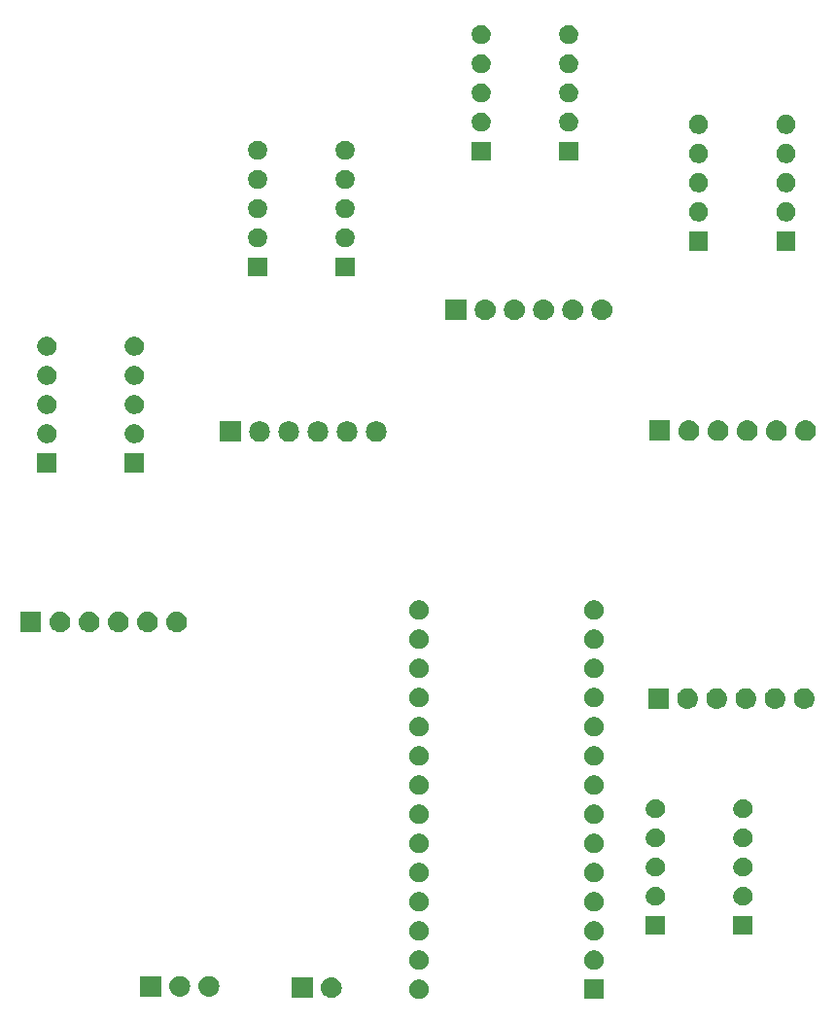
<source format=gbs>
G04 #@! TF.GenerationSoftware,KiCad,Pcbnew,(5.0.2)-1*
G04 #@! TF.CreationDate,2019-04-05T17:45:13+02:00*
G04 #@! TF.ProjectId,DorsalTPMG90,446f7273-616c-4545-904d-4739302e6b69,v01*
G04 #@! TF.SameCoordinates,Original*
G04 #@! TF.FileFunction,Soldermask,Bot*
G04 #@! TF.FilePolarity,Negative*
%FSLAX46Y46*%
G04 Gerber Fmt 4.6, Leading zero omitted, Abs format (unit mm)*
G04 Created by KiCad (PCBNEW (5.0.2)-1) date 05/04/2019 17:45:13*
%MOMM*%
%LPD*%
G01*
G04 APERTURE LIST*
%ADD10C,0.100000*%
G04 APERTURE END LIST*
D10*
G36*
X164396000Y-137036000D02*
X162694000Y-137036000D01*
X162694000Y-135334000D01*
X164396000Y-135334000D01*
X164396000Y-137036000D01*
X164396000Y-137036000D01*
G37*
G36*
X148553228Y-135366703D02*
X148708100Y-135430853D01*
X148847481Y-135523985D01*
X148966015Y-135642519D01*
X149059147Y-135781900D01*
X149123297Y-135936772D01*
X149156000Y-136101184D01*
X149156000Y-136268816D01*
X149123297Y-136433228D01*
X149059147Y-136588100D01*
X148966015Y-136727481D01*
X148847481Y-136846015D01*
X148708100Y-136939147D01*
X148553228Y-137003297D01*
X148388816Y-137036000D01*
X148221184Y-137036000D01*
X148056772Y-137003297D01*
X147901900Y-136939147D01*
X147762519Y-136846015D01*
X147643985Y-136727481D01*
X147550853Y-136588100D01*
X147486703Y-136433228D01*
X147454000Y-136268816D01*
X147454000Y-136101184D01*
X147486703Y-135936772D01*
X147550853Y-135781900D01*
X147643985Y-135642519D01*
X147762519Y-135523985D01*
X147901900Y-135430853D01*
X148056772Y-135366703D01*
X148221184Y-135334000D01*
X148388816Y-135334000D01*
X148553228Y-135366703D01*
X148553228Y-135366703D01*
G37*
G36*
X139036360Y-136940860D02*
X137234360Y-136940860D01*
X137234360Y-135138860D01*
X139036360Y-135138860D01*
X139036360Y-136940860D01*
X139036360Y-136940860D01*
G37*
G36*
X140785803Y-135145379D02*
X140851987Y-135151897D01*
X140912462Y-135170242D01*
X141021827Y-135203417D01*
X141160447Y-135277512D01*
X141178351Y-135287082D01*
X141214089Y-135316412D01*
X141315546Y-135399674D01*
X141398808Y-135501131D01*
X141428138Y-135536869D01*
X141428139Y-135536871D01*
X141511803Y-135693393D01*
X141511803Y-135693394D01*
X141563323Y-135863233D01*
X141580719Y-136039860D01*
X141563323Y-136216487D01*
X141528976Y-136329713D01*
X141511803Y-136386327D01*
X141437708Y-136524947D01*
X141428138Y-136542851D01*
X141411434Y-136563205D01*
X141315546Y-136680046D01*
X141218775Y-136759463D01*
X141178351Y-136792638D01*
X141178349Y-136792639D01*
X141021827Y-136876303D01*
X140965213Y-136893476D01*
X140851987Y-136927823D01*
X140785803Y-136934341D01*
X140719620Y-136940860D01*
X140631100Y-136940860D01*
X140564917Y-136934341D01*
X140498733Y-136927823D01*
X140385507Y-136893476D01*
X140328893Y-136876303D01*
X140172371Y-136792639D01*
X140172369Y-136792638D01*
X140131945Y-136759463D01*
X140035174Y-136680046D01*
X139939286Y-136563205D01*
X139922582Y-136542851D01*
X139913012Y-136524947D01*
X139838917Y-136386327D01*
X139821744Y-136329713D01*
X139787397Y-136216487D01*
X139770001Y-136039860D01*
X139787397Y-135863233D01*
X139838917Y-135693394D01*
X139838917Y-135693393D01*
X139922581Y-135536871D01*
X139922582Y-135536869D01*
X139951912Y-135501131D01*
X140035174Y-135399674D01*
X140136631Y-135316412D01*
X140172369Y-135287082D01*
X140190273Y-135277512D01*
X140328893Y-135203417D01*
X140438258Y-135170242D01*
X140498733Y-135151897D01*
X140564917Y-135145379D01*
X140631100Y-135138860D01*
X140719620Y-135138860D01*
X140785803Y-135145379D01*
X140785803Y-135145379D01*
G37*
G36*
X130125423Y-135028539D02*
X130191607Y-135035057D01*
X130304833Y-135069404D01*
X130361447Y-135086577D01*
X130459260Y-135138860D01*
X130517971Y-135170242D01*
X130553709Y-135199572D01*
X130655166Y-135282834D01*
X130723994Y-135366703D01*
X130767758Y-135420029D01*
X130767759Y-135420031D01*
X130851423Y-135576553D01*
X130851423Y-135576554D01*
X130902943Y-135746393D01*
X130920339Y-135923020D01*
X130902943Y-136099647D01*
X130868596Y-136212873D01*
X130851423Y-136269487D01*
X130788970Y-136386326D01*
X130767758Y-136426011D01*
X130761835Y-136433228D01*
X130655166Y-136563206D01*
X130553709Y-136646468D01*
X130517971Y-136675798D01*
X130517969Y-136675799D01*
X130361447Y-136759463D01*
X130304833Y-136776636D01*
X130191607Y-136810983D01*
X130125423Y-136817501D01*
X130059240Y-136824020D01*
X129970720Y-136824020D01*
X129904537Y-136817501D01*
X129838353Y-136810983D01*
X129725127Y-136776636D01*
X129668513Y-136759463D01*
X129511991Y-136675799D01*
X129511989Y-136675798D01*
X129476251Y-136646468D01*
X129374794Y-136563206D01*
X129268125Y-136433228D01*
X129262202Y-136426011D01*
X129240990Y-136386326D01*
X129178537Y-136269487D01*
X129161364Y-136212873D01*
X129127017Y-136099647D01*
X129109621Y-135923020D01*
X129127017Y-135746393D01*
X129178537Y-135576554D01*
X129178537Y-135576553D01*
X129262201Y-135420031D01*
X129262202Y-135420029D01*
X129305966Y-135366703D01*
X129374794Y-135282834D01*
X129476251Y-135199572D01*
X129511989Y-135170242D01*
X129570700Y-135138860D01*
X129668513Y-135086577D01*
X129725127Y-135069404D01*
X129838353Y-135035057D01*
X129904537Y-135028539D01*
X129970720Y-135022020D01*
X130059240Y-135022020D01*
X130125423Y-135028539D01*
X130125423Y-135028539D01*
G37*
G36*
X127585423Y-135028539D02*
X127651607Y-135035057D01*
X127764833Y-135069404D01*
X127821447Y-135086577D01*
X127919260Y-135138860D01*
X127977971Y-135170242D01*
X128013709Y-135199572D01*
X128115166Y-135282834D01*
X128183994Y-135366703D01*
X128227758Y-135420029D01*
X128227759Y-135420031D01*
X128311423Y-135576553D01*
X128311423Y-135576554D01*
X128362943Y-135746393D01*
X128380339Y-135923020D01*
X128362943Y-136099647D01*
X128328596Y-136212873D01*
X128311423Y-136269487D01*
X128248970Y-136386326D01*
X128227758Y-136426011D01*
X128221835Y-136433228D01*
X128115166Y-136563206D01*
X128013709Y-136646468D01*
X127977971Y-136675798D01*
X127977969Y-136675799D01*
X127821447Y-136759463D01*
X127764833Y-136776636D01*
X127651607Y-136810983D01*
X127585423Y-136817501D01*
X127519240Y-136824020D01*
X127430720Y-136824020D01*
X127364537Y-136817501D01*
X127298353Y-136810983D01*
X127185127Y-136776636D01*
X127128513Y-136759463D01*
X126971991Y-136675799D01*
X126971989Y-136675798D01*
X126936251Y-136646468D01*
X126834794Y-136563206D01*
X126728125Y-136433228D01*
X126722202Y-136426011D01*
X126700990Y-136386326D01*
X126638537Y-136269487D01*
X126621364Y-136212873D01*
X126587017Y-136099647D01*
X126569621Y-135923020D01*
X126587017Y-135746393D01*
X126638537Y-135576554D01*
X126638537Y-135576553D01*
X126722201Y-135420031D01*
X126722202Y-135420029D01*
X126765966Y-135366703D01*
X126834794Y-135282834D01*
X126936251Y-135199572D01*
X126971989Y-135170242D01*
X127030700Y-135138860D01*
X127128513Y-135086577D01*
X127185127Y-135069404D01*
X127298353Y-135035057D01*
X127364537Y-135028539D01*
X127430720Y-135022020D01*
X127519240Y-135022020D01*
X127585423Y-135028539D01*
X127585423Y-135028539D01*
G37*
G36*
X125835980Y-136824020D02*
X124033980Y-136824020D01*
X124033980Y-135022020D01*
X125835980Y-135022020D01*
X125835980Y-136824020D01*
X125835980Y-136824020D01*
G37*
G36*
X163793228Y-132826703D02*
X163948100Y-132890853D01*
X164087481Y-132983985D01*
X164206015Y-133102519D01*
X164299147Y-133241900D01*
X164363297Y-133396772D01*
X164396000Y-133561184D01*
X164396000Y-133728816D01*
X164363297Y-133893228D01*
X164299147Y-134048100D01*
X164206015Y-134187481D01*
X164087481Y-134306015D01*
X163948100Y-134399147D01*
X163793228Y-134463297D01*
X163628816Y-134496000D01*
X163461184Y-134496000D01*
X163296772Y-134463297D01*
X163141900Y-134399147D01*
X163002519Y-134306015D01*
X162883985Y-134187481D01*
X162790853Y-134048100D01*
X162726703Y-133893228D01*
X162694000Y-133728816D01*
X162694000Y-133561184D01*
X162726703Y-133396772D01*
X162790853Y-133241900D01*
X162883985Y-133102519D01*
X163002519Y-132983985D01*
X163141900Y-132890853D01*
X163296772Y-132826703D01*
X163461184Y-132794000D01*
X163628816Y-132794000D01*
X163793228Y-132826703D01*
X163793228Y-132826703D01*
G37*
G36*
X148553228Y-132826703D02*
X148708100Y-132890853D01*
X148847481Y-132983985D01*
X148966015Y-133102519D01*
X149059147Y-133241900D01*
X149123297Y-133396772D01*
X149156000Y-133561184D01*
X149156000Y-133728816D01*
X149123297Y-133893228D01*
X149059147Y-134048100D01*
X148966015Y-134187481D01*
X148847481Y-134306015D01*
X148708100Y-134399147D01*
X148553228Y-134463297D01*
X148388816Y-134496000D01*
X148221184Y-134496000D01*
X148056772Y-134463297D01*
X147901900Y-134399147D01*
X147762519Y-134306015D01*
X147643985Y-134187481D01*
X147550853Y-134048100D01*
X147486703Y-133893228D01*
X147454000Y-133728816D01*
X147454000Y-133561184D01*
X147486703Y-133396772D01*
X147550853Y-133241900D01*
X147643985Y-133102519D01*
X147762519Y-132983985D01*
X147901900Y-132890853D01*
X148056772Y-132826703D01*
X148221184Y-132794000D01*
X148388816Y-132794000D01*
X148553228Y-132826703D01*
X148553228Y-132826703D01*
G37*
G36*
X163793228Y-130286703D02*
X163948100Y-130350853D01*
X164087481Y-130443985D01*
X164206015Y-130562519D01*
X164299147Y-130701900D01*
X164363297Y-130856772D01*
X164396000Y-131021184D01*
X164396000Y-131188816D01*
X164363297Y-131353228D01*
X164299147Y-131508100D01*
X164206015Y-131647481D01*
X164087481Y-131766015D01*
X163948100Y-131859147D01*
X163793228Y-131923297D01*
X163628816Y-131956000D01*
X163461184Y-131956000D01*
X163296772Y-131923297D01*
X163141900Y-131859147D01*
X163002519Y-131766015D01*
X162883985Y-131647481D01*
X162790853Y-131508100D01*
X162726703Y-131353228D01*
X162694000Y-131188816D01*
X162694000Y-131021184D01*
X162726703Y-130856772D01*
X162790853Y-130701900D01*
X162883985Y-130562519D01*
X163002519Y-130443985D01*
X163141900Y-130350853D01*
X163296772Y-130286703D01*
X163461184Y-130254000D01*
X163628816Y-130254000D01*
X163793228Y-130286703D01*
X163793228Y-130286703D01*
G37*
G36*
X148553228Y-130286703D02*
X148708100Y-130350853D01*
X148847481Y-130443985D01*
X148966015Y-130562519D01*
X149059147Y-130701900D01*
X149123297Y-130856772D01*
X149156000Y-131021184D01*
X149156000Y-131188816D01*
X149123297Y-131353228D01*
X149059147Y-131508100D01*
X148966015Y-131647481D01*
X148847481Y-131766015D01*
X148708100Y-131859147D01*
X148553228Y-131923297D01*
X148388816Y-131956000D01*
X148221184Y-131956000D01*
X148056772Y-131923297D01*
X147901900Y-131859147D01*
X147762519Y-131766015D01*
X147643985Y-131647481D01*
X147550853Y-131508100D01*
X147486703Y-131353228D01*
X147454000Y-131188816D01*
X147454000Y-131021184D01*
X147486703Y-130856772D01*
X147550853Y-130701900D01*
X147643985Y-130562519D01*
X147762519Y-130443985D01*
X147901900Y-130350853D01*
X148056772Y-130286703D01*
X148221184Y-130254000D01*
X148388816Y-130254000D01*
X148553228Y-130286703D01*
X148553228Y-130286703D01*
G37*
G36*
X177336000Y-131456000D02*
X175684000Y-131456000D01*
X175684000Y-129804000D01*
X177336000Y-129804000D01*
X177336000Y-131456000D01*
X177336000Y-131456000D01*
G37*
G36*
X169716000Y-131456000D02*
X168064000Y-131456000D01*
X168064000Y-129804000D01*
X169716000Y-129804000D01*
X169716000Y-131456000D01*
X169716000Y-131456000D01*
G37*
G36*
X163793228Y-127746703D02*
X163948100Y-127810853D01*
X164087481Y-127903985D01*
X164206015Y-128022519D01*
X164299147Y-128161900D01*
X164363297Y-128316772D01*
X164396000Y-128481184D01*
X164396000Y-128648816D01*
X164363297Y-128813228D01*
X164299147Y-128968100D01*
X164206015Y-129107481D01*
X164087481Y-129226015D01*
X163948100Y-129319147D01*
X163793228Y-129383297D01*
X163628816Y-129416000D01*
X163461184Y-129416000D01*
X163296772Y-129383297D01*
X163141900Y-129319147D01*
X163002519Y-129226015D01*
X162883985Y-129107481D01*
X162790853Y-128968100D01*
X162726703Y-128813228D01*
X162694000Y-128648816D01*
X162694000Y-128481184D01*
X162726703Y-128316772D01*
X162790853Y-128161900D01*
X162883985Y-128022519D01*
X163002519Y-127903985D01*
X163141900Y-127810853D01*
X163296772Y-127746703D01*
X163461184Y-127714000D01*
X163628816Y-127714000D01*
X163793228Y-127746703D01*
X163793228Y-127746703D01*
G37*
G36*
X148553228Y-127746703D02*
X148708100Y-127810853D01*
X148847481Y-127903985D01*
X148966015Y-128022519D01*
X149059147Y-128161900D01*
X149123297Y-128316772D01*
X149156000Y-128481184D01*
X149156000Y-128648816D01*
X149123297Y-128813228D01*
X149059147Y-128968100D01*
X148966015Y-129107481D01*
X148847481Y-129226015D01*
X148708100Y-129319147D01*
X148553228Y-129383297D01*
X148388816Y-129416000D01*
X148221184Y-129416000D01*
X148056772Y-129383297D01*
X147901900Y-129319147D01*
X147762519Y-129226015D01*
X147643985Y-129107481D01*
X147550853Y-128968100D01*
X147486703Y-128813228D01*
X147454000Y-128648816D01*
X147454000Y-128481184D01*
X147486703Y-128316772D01*
X147550853Y-128161900D01*
X147643985Y-128022519D01*
X147762519Y-127903985D01*
X147901900Y-127810853D01*
X148056772Y-127746703D01*
X148221184Y-127714000D01*
X148388816Y-127714000D01*
X148553228Y-127746703D01*
X148553228Y-127746703D01*
G37*
G36*
X169130935Y-127295742D02*
X169281258Y-127358008D01*
X169416545Y-127448404D01*
X169531596Y-127563455D01*
X169621992Y-127698742D01*
X169684258Y-127849065D01*
X169716000Y-128008646D01*
X169716000Y-128171354D01*
X169684258Y-128330935D01*
X169621992Y-128481258D01*
X169531596Y-128616545D01*
X169416545Y-128731596D01*
X169281258Y-128821992D01*
X169130935Y-128884258D01*
X168971354Y-128916000D01*
X168808646Y-128916000D01*
X168649065Y-128884258D01*
X168498742Y-128821992D01*
X168363455Y-128731596D01*
X168248404Y-128616545D01*
X168158008Y-128481258D01*
X168095742Y-128330935D01*
X168064000Y-128171354D01*
X168064000Y-128008646D01*
X168095742Y-127849065D01*
X168158008Y-127698742D01*
X168248404Y-127563455D01*
X168363455Y-127448404D01*
X168498742Y-127358008D01*
X168649065Y-127295742D01*
X168808646Y-127264000D01*
X168971354Y-127264000D01*
X169130935Y-127295742D01*
X169130935Y-127295742D01*
G37*
G36*
X176750935Y-127295742D02*
X176901258Y-127358008D01*
X177036545Y-127448404D01*
X177151596Y-127563455D01*
X177241992Y-127698742D01*
X177304258Y-127849065D01*
X177336000Y-128008646D01*
X177336000Y-128171354D01*
X177304258Y-128330935D01*
X177241992Y-128481258D01*
X177151596Y-128616545D01*
X177036545Y-128731596D01*
X176901258Y-128821992D01*
X176750935Y-128884258D01*
X176591354Y-128916000D01*
X176428646Y-128916000D01*
X176269065Y-128884258D01*
X176118742Y-128821992D01*
X175983455Y-128731596D01*
X175868404Y-128616545D01*
X175778008Y-128481258D01*
X175715742Y-128330935D01*
X175684000Y-128171354D01*
X175684000Y-128008646D01*
X175715742Y-127849065D01*
X175778008Y-127698742D01*
X175868404Y-127563455D01*
X175983455Y-127448404D01*
X176118742Y-127358008D01*
X176269065Y-127295742D01*
X176428646Y-127264000D01*
X176591354Y-127264000D01*
X176750935Y-127295742D01*
X176750935Y-127295742D01*
G37*
G36*
X163793228Y-125206703D02*
X163948100Y-125270853D01*
X164087481Y-125363985D01*
X164206015Y-125482519D01*
X164299147Y-125621900D01*
X164363297Y-125776772D01*
X164396000Y-125941184D01*
X164396000Y-126108816D01*
X164363297Y-126273228D01*
X164299147Y-126428100D01*
X164206015Y-126567481D01*
X164087481Y-126686015D01*
X163948100Y-126779147D01*
X163793228Y-126843297D01*
X163628816Y-126876000D01*
X163461184Y-126876000D01*
X163296772Y-126843297D01*
X163141900Y-126779147D01*
X163002519Y-126686015D01*
X162883985Y-126567481D01*
X162790853Y-126428100D01*
X162726703Y-126273228D01*
X162694000Y-126108816D01*
X162694000Y-125941184D01*
X162726703Y-125776772D01*
X162790853Y-125621900D01*
X162883985Y-125482519D01*
X163002519Y-125363985D01*
X163141900Y-125270853D01*
X163296772Y-125206703D01*
X163461184Y-125174000D01*
X163628816Y-125174000D01*
X163793228Y-125206703D01*
X163793228Y-125206703D01*
G37*
G36*
X148553228Y-125206703D02*
X148708100Y-125270853D01*
X148847481Y-125363985D01*
X148966015Y-125482519D01*
X149059147Y-125621900D01*
X149123297Y-125776772D01*
X149156000Y-125941184D01*
X149156000Y-126108816D01*
X149123297Y-126273228D01*
X149059147Y-126428100D01*
X148966015Y-126567481D01*
X148847481Y-126686015D01*
X148708100Y-126779147D01*
X148553228Y-126843297D01*
X148388816Y-126876000D01*
X148221184Y-126876000D01*
X148056772Y-126843297D01*
X147901900Y-126779147D01*
X147762519Y-126686015D01*
X147643985Y-126567481D01*
X147550853Y-126428100D01*
X147486703Y-126273228D01*
X147454000Y-126108816D01*
X147454000Y-125941184D01*
X147486703Y-125776772D01*
X147550853Y-125621900D01*
X147643985Y-125482519D01*
X147762519Y-125363985D01*
X147901900Y-125270853D01*
X148056772Y-125206703D01*
X148221184Y-125174000D01*
X148388816Y-125174000D01*
X148553228Y-125206703D01*
X148553228Y-125206703D01*
G37*
G36*
X169130935Y-124755742D02*
X169281258Y-124818008D01*
X169416545Y-124908404D01*
X169531596Y-125023455D01*
X169621992Y-125158742D01*
X169684258Y-125309065D01*
X169716000Y-125468646D01*
X169716000Y-125631354D01*
X169684258Y-125790935D01*
X169621992Y-125941258D01*
X169531596Y-126076545D01*
X169416545Y-126191596D01*
X169281258Y-126281992D01*
X169130935Y-126344258D01*
X168971354Y-126376000D01*
X168808646Y-126376000D01*
X168649065Y-126344258D01*
X168498742Y-126281992D01*
X168363455Y-126191596D01*
X168248404Y-126076545D01*
X168158008Y-125941258D01*
X168095742Y-125790935D01*
X168064000Y-125631354D01*
X168064000Y-125468646D01*
X168095742Y-125309065D01*
X168158008Y-125158742D01*
X168248404Y-125023455D01*
X168363455Y-124908404D01*
X168498742Y-124818008D01*
X168649065Y-124755742D01*
X168808646Y-124724000D01*
X168971354Y-124724000D01*
X169130935Y-124755742D01*
X169130935Y-124755742D01*
G37*
G36*
X176750935Y-124755742D02*
X176901258Y-124818008D01*
X177036545Y-124908404D01*
X177151596Y-125023455D01*
X177241992Y-125158742D01*
X177304258Y-125309065D01*
X177336000Y-125468646D01*
X177336000Y-125631354D01*
X177304258Y-125790935D01*
X177241992Y-125941258D01*
X177151596Y-126076545D01*
X177036545Y-126191596D01*
X176901258Y-126281992D01*
X176750935Y-126344258D01*
X176591354Y-126376000D01*
X176428646Y-126376000D01*
X176269065Y-126344258D01*
X176118742Y-126281992D01*
X175983455Y-126191596D01*
X175868404Y-126076545D01*
X175778008Y-125941258D01*
X175715742Y-125790935D01*
X175684000Y-125631354D01*
X175684000Y-125468646D01*
X175715742Y-125309065D01*
X175778008Y-125158742D01*
X175868404Y-125023455D01*
X175983455Y-124908404D01*
X176118742Y-124818008D01*
X176269065Y-124755742D01*
X176428646Y-124724000D01*
X176591354Y-124724000D01*
X176750935Y-124755742D01*
X176750935Y-124755742D01*
G37*
G36*
X163793228Y-122666703D02*
X163948100Y-122730853D01*
X164087481Y-122823985D01*
X164206015Y-122942519D01*
X164299147Y-123081900D01*
X164363297Y-123236772D01*
X164396000Y-123401184D01*
X164396000Y-123568816D01*
X164363297Y-123733228D01*
X164299147Y-123888100D01*
X164206015Y-124027481D01*
X164087481Y-124146015D01*
X163948100Y-124239147D01*
X163793228Y-124303297D01*
X163628816Y-124336000D01*
X163461184Y-124336000D01*
X163296772Y-124303297D01*
X163141900Y-124239147D01*
X163002519Y-124146015D01*
X162883985Y-124027481D01*
X162790853Y-123888100D01*
X162726703Y-123733228D01*
X162694000Y-123568816D01*
X162694000Y-123401184D01*
X162726703Y-123236772D01*
X162790853Y-123081900D01*
X162883985Y-122942519D01*
X163002519Y-122823985D01*
X163141900Y-122730853D01*
X163296772Y-122666703D01*
X163461184Y-122634000D01*
X163628816Y-122634000D01*
X163793228Y-122666703D01*
X163793228Y-122666703D01*
G37*
G36*
X148553228Y-122666703D02*
X148708100Y-122730853D01*
X148847481Y-122823985D01*
X148966015Y-122942519D01*
X149059147Y-123081900D01*
X149123297Y-123236772D01*
X149156000Y-123401184D01*
X149156000Y-123568816D01*
X149123297Y-123733228D01*
X149059147Y-123888100D01*
X148966015Y-124027481D01*
X148847481Y-124146015D01*
X148708100Y-124239147D01*
X148553228Y-124303297D01*
X148388816Y-124336000D01*
X148221184Y-124336000D01*
X148056772Y-124303297D01*
X147901900Y-124239147D01*
X147762519Y-124146015D01*
X147643985Y-124027481D01*
X147550853Y-123888100D01*
X147486703Y-123733228D01*
X147454000Y-123568816D01*
X147454000Y-123401184D01*
X147486703Y-123236772D01*
X147550853Y-123081900D01*
X147643985Y-122942519D01*
X147762519Y-122823985D01*
X147901900Y-122730853D01*
X148056772Y-122666703D01*
X148221184Y-122634000D01*
X148388816Y-122634000D01*
X148553228Y-122666703D01*
X148553228Y-122666703D01*
G37*
G36*
X176750935Y-122215742D02*
X176901258Y-122278008D01*
X177036545Y-122368404D01*
X177151596Y-122483455D01*
X177241992Y-122618742D01*
X177304258Y-122769065D01*
X177336000Y-122928646D01*
X177336000Y-123091354D01*
X177304258Y-123250935D01*
X177241992Y-123401258D01*
X177151596Y-123536545D01*
X177036545Y-123651596D01*
X176901258Y-123741992D01*
X176750935Y-123804258D01*
X176591354Y-123836000D01*
X176428646Y-123836000D01*
X176269065Y-123804258D01*
X176118742Y-123741992D01*
X175983455Y-123651596D01*
X175868404Y-123536545D01*
X175778008Y-123401258D01*
X175715742Y-123250935D01*
X175684000Y-123091354D01*
X175684000Y-122928646D01*
X175715742Y-122769065D01*
X175778008Y-122618742D01*
X175868404Y-122483455D01*
X175983455Y-122368404D01*
X176118742Y-122278008D01*
X176269065Y-122215742D01*
X176428646Y-122184000D01*
X176591354Y-122184000D01*
X176750935Y-122215742D01*
X176750935Y-122215742D01*
G37*
G36*
X169130935Y-122215742D02*
X169281258Y-122278008D01*
X169416545Y-122368404D01*
X169531596Y-122483455D01*
X169621992Y-122618742D01*
X169684258Y-122769065D01*
X169716000Y-122928646D01*
X169716000Y-123091354D01*
X169684258Y-123250935D01*
X169621992Y-123401258D01*
X169531596Y-123536545D01*
X169416545Y-123651596D01*
X169281258Y-123741992D01*
X169130935Y-123804258D01*
X168971354Y-123836000D01*
X168808646Y-123836000D01*
X168649065Y-123804258D01*
X168498742Y-123741992D01*
X168363455Y-123651596D01*
X168248404Y-123536545D01*
X168158008Y-123401258D01*
X168095742Y-123250935D01*
X168064000Y-123091354D01*
X168064000Y-122928646D01*
X168095742Y-122769065D01*
X168158008Y-122618742D01*
X168248404Y-122483455D01*
X168363455Y-122368404D01*
X168498742Y-122278008D01*
X168649065Y-122215742D01*
X168808646Y-122184000D01*
X168971354Y-122184000D01*
X169130935Y-122215742D01*
X169130935Y-122215742D01*
G37*
G36*
X163793228Y-120126703D02*
X163948100Y-120190853D01*
X164087481Y-120283985D01*
X164206015Y-120402519D01*
X164299147Y-120541900D01*
X164363297Y-120696772D01*
X164396000Y-120861184D01*
X164396000Y-121028816D01*
X164363297Y-121193228D01*
X164299147Y-121348100D01*
X164206015Y-121487481D01*
X164087481Y-121606015D01*
X163948100Y-121699147D01*
X163793228Y-121763297D01*
X163628816Y-121796000D01*
X163461184Y-121796000D01*
X163296772Y-121763297D01*
X163141900Y-121699147D01*
X163002519Y-121606015D01*
X162883985Y-121487481D01*
X162790853Y-121348100D01*
X162726703Y-121193228D01*
X162694000Y-121028816D01*
X162694000Y-120861184D01*
X162726703Y-120696772D01*
X162790853Y-120541900D01*
X162883985Y-120402519D01*
X163002519Y-120283985D01*
X163141900Y-120190853D01*
X163296772Y-120126703D01*
X163461184Y-120094000D01*
X163628816Y-120094000D01*
X163793228Y-120126703D01*
X163793228Y-120126703D01*
G37*
G36*
X148553228Y-120126703D02*
X148708100Y-120190853D01*
X148847481Y-120283985D01*
X148966015Y-120402519D01*
X149059147Y-120541900D01*
X149123297Y-120696772D01*
X149156000Y-120861184D01*
X149156000Y-121028816D01*
X149123297Y-121193228D01*
X149059147Y-121348100D01*
X148966015Y-121487481D01*
X148847481Y-121606015D01*
X148708100Y-121699147D01*
X148553228Y-121763297D01*
X148388816Y-121796000D01*
X148221184Y-121796000D01*
X148056772Y-121763297D01*
X147901900Y-121699147D01*
X147762519Y-121606015D01*
X147643985Y-121487481D01*
X147550853Y-121348100D01*
X147486703Y-121193228D01*
X147454000Y-121028816D01*
X147454000Y-120861184D01*
X147486703Y-120696772D01*
X147550853Y-120541900D01*
X147643985Y-120402519D01*
X147762519Y-120283985D01*
X147901900Y-120190853D01*
X148056772Y-120126703D01*
X148221184Y-120094000D01*
X148388816Y-120094000D01*
X148553228Y-120126703D01*
X148553228Y-120126703D01*
G37*
G36*
X176750935Y-119675742D02*
X176901258Y-119738008D01*
X177036545Y-119828404D01*
X177151596Y-119943455D01*
X177241992Y-120078742D01*
X177304258Y-120229065D01*
X177336000Y-120388646D01*
X177336000Y-120551354D01*
X177304258Y-120710935D01*
X177241992Y-120861258D01*
X177151596Y-120996545D01*
X177036545Y-121111596D01*
X176901258Y-121201992D01*
X176750935Y-121264258D01*
X176591354Y-121296000D01*
X176428646Y-121296000D01*
X176269065Y-121264258D01*
X176118742Y-121201992D01*
X175983455Y-121111596D01*
X175868404Y-120996545D01*
X175778008Y-120861258D01*
X175715742Y-120710935D01*
X175684000Y-120551354D01*
X175684000Y-120388646D01*
X175715742Y-120229065D01*
X175778008Y-120078742D01*
X175868404Y-119943455D01*
X175983455Y-119828404D01*
X176118742Y-119738008D01*
X176269065Y-119675742D01*
X176428646Y-119644000D01*
X176591354Y-119644000D01*
X176750935Y-119675742D01*
X176750935Y-119675742D01*
G37*
G36*
X169130935Y-119675742D02*
X169281258Y-119738008D01*
X169416545Y-119828404D01*
X169531596Y-119943455D01*
X169621992Y-120078742D01*
X169684258Y-120229065D01*
X169716000Y-120388646D01*
X169716000Y-120551354D01*
X169684258Y-120710935D01*
X169621992Y-120861258D01*
X169531596Y-120996545D01*
X169416545Y-121111596D01*
X169281258Y-121201992D01*
X169130935Y-121264258D01*
X168971354Y-121296000D01*
X168808646Y-121296000D01*
X168649065Y-121264258D01*
X168498742Y-121201992D01*
X168363455Y-121111596D01*
X168248404Y-120996545D01*
X168158008Y-120861258D01*
X168095742Y-120710935D01*
X168064000Y-120551354D01*
X168064000Y-120388646D01*
X168095742Y-120229065D01*
X168158008Y-120078742D01*
X168248404Y-119943455D01*
X168363455Y-119828404D01*
X168498742Y-119738008D01*
X168649065Y-119675742D01*
X168808646Y-119644000D01*
X168971354Y-119644000D01*
X169130935Y-119675742D01*
X169130935Y-119675742D01*
G37*
G36*
X163793228Y-117586703D02*
X163948100Y-117650853D01*
X164087481Y-117743985D01*
X164206015Y-117862519D01*
X164299147Y-118001900D01*
X164363297Y-118156772D01*
X164396000Y-118321184D01*
X164396000Y-118488816D01*
X164363297Y-118653228D01*
X164299147Y-118808100D01*
X164206015Y-118947481D01*
X164087481Y-119066015D01*
X163948100Y-119159147D01*
X163793228Y-119223297D01*
X163628816Y-119256000D01*
X163461184Y-119256000D01*
X163296772Y-119223297D01*
X163141900Y-119159147D01*
X163002519Y-119066015D01*
X162883985Y-118947481D01*
X162790853Y-118808100D01*
X162726703Y-118653228D01*
X162694000Y-118488816D01*
X162694000Y-118321184D01*
X162726703Y-118156772D01*
X162790853Y-118001900D01*
X162883985Y-117862519D01*
X163002519Y-117743985D01*
X163141900Y-117650853D01*
X163296772Y-117586703D01*
X163461184Y-117554000D01*
X163628816Y-117554000D01*
X163793228Y-117586703D01*
X163793228Y-117586703D01*
G37*
G36*
X148553228Y-117586703D02*
X148708100Y-117650853D01*
X148847481Y-117743985D01*
X148966015Y-117862519D01*
X149059147Y-118001900D01*
X149123297Y-118156772D01*
X149156000Y-118321184D01*
X149156000Y-118488816D01*
X149123297Y-118653228D01*
X149059147Y-118808100D01*
X148966015Y-118947481D01*
X148847481Y-119066015D01*
X148708100Y-119159147D01*
X148553228Y-119223297D01*
X148388816Y-119256000D01*
X148221184Y-119256000D01*
X148056772Y-119223297D01*
X147901900Y-119159147D01*
X147762519Y-119066015D01*
X147643985Y-118947481D01*
X147550853Y-118808100D01*
X147486703Y-118653228D01*
X147454000Y-118488816D01*
X147454000Y-118321184D01*
X147486703Y-118156772D01*
X147550853Y-118001900D01*
X147643985Y-117862519D01*
X147762519Y-117743985D01*
X147901900Y-117650853D01*
X148056772Y-117586703D01*
X148221184Y-117554000D01*
X148388816Y-117554000D01*
X148553228Y-117586703D01*
X148553228Y-117586703D01*
G37*
G36*
X148553228Y-115046703D02*
X148708100Y-115110853D01*
X148847481Y-115203985D01*
X148966015Y-115322519D01*
X149059147Y-115461900D01*
X149123297Y-115616772D01*
X149156000Y-115781184D01*
X149156000Y-115948816D01*
X149123297Y-116113228D01*
X149059147Y-116268100D01*
X148966015Y-116407481D01*
X148847481Y-116526015D01*
X148708100Y-116619147D01*
X148553228Y-116683297D01*
X148388816Y-116716000D01*
X148221184Y-116716000D01*
X148056772Y-116683297D01*
X147901900Y-116619147D01*
X147762519Y-116526015D01*
X147643985Y-116407481D01*
X147550853Y-116268100D01*
X147486703Y-116113228D01*
X147454000Y-115948816D01*
X147454000Y-115781184D01*
X147486703Y-115616772D01*
X147550853Y-115461900D01*
X147643985Y-115322519D01*
X147762519Y-115203985D01*
X147901900Y-115110853D01*
X148056772Y-115046703D01*
X148221184Y-115014000D01*
X148388816Y-115014000D01*
X148553228Y-115046703D01*
X148553228Y-115046703D01*
G37*
G36*
X163793228Y-115046703D02*
X163948100Y-115110853D01*
X164087481Y-115203985D01*
X164206015Y-115322519D01*
X164299147Y-115461900D01*
X164363297Y-115616772D01*
X164396000Y-115781184D01*
X164396000Y-115948816D01*
X164363297Y-116113228D01*
X164299147Y-116268100D01*
X164206015Y-116407481D01*
X164087481Y-116526015D01*
X163948100Y-116619147D01*
X163793228Y-116683297D01*
X163628816Y-116716000D01*
X163461184Y-116716000D01*
X163296772Y-116683297D01*
X163141900Y-116619147D01*
X163002519Y-116526015D01*
X162883985Y-116407481D01*
X162790853Y-116268100D01*
X162726703Y-116113228D01*
X162694000Y-115948816D01*
X162694000Y-115781184D01*
X162726703Y-115616772D01*
X162790853Y-115461900D01*
X162883985Y-115322519D01*
X163002519Y-115203985D01*
X163141900Y-115110853D01*
X163296772Y-115046703D01*
X163461184Y-115014000D01*
X163628816Y-115014000D01*
X163793228Y-115046703D01*
X163793228Y-115046703D01*
G37*
G36*
X148553228Y-112506703D02*
X148708100Y-112570853D01*
X148847481Y-112663985D01*
X148966015Y-112782519D01*
X149059147Y-112921900D01*
X149123297Y-113076772D01*
X149156000Y-113241184D01*
X149156000Y-113408816D01*
X149123297Y-113573228D01*
X149059147Y-113728100D01*
X148966015Y-113867481D01*
X148847481Y-113986015D01*
X148708100Y-114079147D01*
X148553228Y-114143297D01*
X148388816Y-114176000D01*
X148221184Y-114176000D01*
X148056772Y-114143297D01*
X147901900Y-114079147D01*
X147762519Y-113986015D01*
X147643985Y-113867481D01*
X147550853Y-113728100D01*
X147486703Y-113573228D01*
X147454000Y-113408816D01*
X147454000Y-113241184D01*
X147486703Y-113076772D01*
X147550853Y-112921900D01*
X147643985Y-112782519D01*
X147762519Y-112663985D01*
X147901900Y-112570853D01*
X148056772Y-112506703D01*
X148221184Y-112474000D01*
X148388816Y-112474000D01*
X148553228Y-112506703D01*
X148553228Y-112506703D01*
G37*
G36*
X163793228Y-112506703D02*
X163948100Y-112570853D01*
X164087481Y-112663985D01*
X164206015Y-112782519D01*
X164299147Y-112921900D01*
X164363297Y-113076772D01*
X164396000Y-113241184D01*
X164396000Y-113408816D01*
X164363297Y-113573228D01*
X164299147Y-113728100D01*
X164206015Y-113867481D01*
X164087481Y-113986015D01*
X163948100Y-114079147D01*
X163793228Y-114143297D01*
X163628816Y-114176000D01*
X163461184Y-114176000D01*
X163296772Y-114143297D01*
X163141900Y-114079147D01*
X163002519Y-113986015D01*
X162883985Y-113867481D01*
X162790853Y-113728100D01*
X162726703Y-113573228D01*
X162694000Y-113408816D01*
X162694000Y-113241184D01*
X162726703Y-113076772D01*
X162790853Y-112921900D01*
X162883985Y-112782519D01*
X163002519Y-112663985D01*
X163141900Y-112570853D01*
X163296772Y-112506703D01*
X163461184Y-112474000D01*
X163628816Y-112474000D01*
X163793228Y-112506703D01*
X163793228Y-112506703D01*
G37*
G36*
X174351903Y-109981599D02*
X174418087Y-109988117D01*
X174531313Y-110022464D01*
X174587927Y-110039637D01*
X174726547Y-110113732D01*
X174744451Y-110123302D01*
X174745284Y-110123986D01*
X174881646Y-110235894D01*
X174964908Y-110337351D01*
X174994238Y-110373089D01*
X174994239Y-110373091D01*
X175077903Y-110529613D01*
X175095076Y-110586227D01*
X175129423Y-110699453D01*
X175146819Y-110876080D01*
X175129423Y-111052707D01*
X175095076Y-111165933D01*
X175077903Y-111222547D01*
X175021814Y-111327481D01*
X174994238Y-111379071D01*
X174964908Y-111414809D01*
X174881646Y-111516266D01*
X174780189Y-111599528D01*
X174744451Y-111628858D01*
X174744449Y-111628859D01*
X174587927Y-111712523D01*
X174531313Y-111729696D01*
X174418087Y-111764043D01*
X174351902Y-111770562D01*
X174285720Y-111777080D01*
X174197200Y-111777080D01*
X174131018Y-111770562D01*
X174064833Y-111764043D01*
X173951607Y-111729696D01*
X173894993Y-111712523D01*
X173738471Y-111628859D01*
X173738469Y-111628858D01*
X173702731Y-111599528D01*
X173601274Y-111516266D01*
X173518012Y-111414809D01*
X173488682Y-111379071D01*
X173461106Y-111327481D01*
X173405017Y-111222547D01*
X173387844Y-111165933D01*
X173353497Y-111052707D01*
X173336101Y-110876080D01*
X173353497Y-110699453D01*
X173387844Y-110586227D01*
X173405017Y-110529613D01*
X173488681Y-110373091D01*
X173488682Y-110373089D01*
X173518012Y-110337351D01*
X173601274Y-110235894D01*
X173737636Y-110123986D01*
X173738469Y-110123302D01*
X173756373Y-110113732D01*
X173894993Y-110039637D01*
X173951607Y-110022464D01*
X174064833Y-109988117D01*
X174131017Y-109981599D01*
X174197200Y-109975080D01*
X174285720Y-109975080D01*
X174351903Y-109981599D01*
X174351903Y-109981599D01*
G37*
G36*
X179431903Y-109981599D02*
X179498087Y-109988117D01*
X179611313Y-110022464D01*
X179667927Y-110039637D01*
X179806547Y-110113732D01*
X179824451Y-110123302D01*
X179825284Y-110123986D01*
X179961646Y-110235894D01*
X180044908Y-110337351D01*
X180074238Y-110373089D01*
X180074239Y-110373091D01*
X180157903Y-110529613D01*
X180175076Y-110586227D01*
X180209423Y-110699453D01*
X180226819Y-110876080D01*
X180209423Y-111052707D01*
X180175076Y-111165933D01*
X180157903Y-111222547D01*
X180101814Y-111327481D01*
X180074238Y-111379071D01*
X180044908Y-111414809D01*
X179961646Y-111516266D01*
X179860189Y-111599528D01*
X179824451Y-111628858D01*
X179824449Y-111628859D01*
X179667927Y-111712523D01*
X179611313Y-111729696D01*
X179498087Y-111764043D01*
X179431902Y-111770562D01*
X179365720Y-111777080D01*
X179277200Y-111777080D01*
X179211018Y-111770562D01*
X179144833Y-111764043D01*
X179031607Y-111729696D01*
X178974993Y-111712523D01*
X178818471Y-111628859D01*
X178818469Y-111628858D01*
X178782731Y-111599528D01*
X178681274Y-111516266D01*
X178598012Y-111414809D01*
X178568682Y-111379071D01*
X178541106Y-111327481D01*
X178485017Y-111222547D01*
X178467844Y-111165933D01*
X178433497Y-111052707D01*
X178416101Y-110876080D01*
X178433497Y-110699453D01*
X178467844Y-110586227D01*
X178485017Y-110529613D01*
X178568681Y-110373091D01*
X178568682Y-110373089D01*
X178598012Y-110337351D01*
X178681274Y-110235894D01*
X178817636Y-110123986D01*
X178818469Y-110123302D01*
X178836373Y-110113732D01*
X178974993Y-110039637D01*
X179031607Y-110022464D01*
X179144833Y-109988117D01*
X179211017Y-109981599D01*
X179277200Y-109975080D01*
X179365720Y-109975080D01*
X179431903Y-109981599D01*
X179431903Y-109981599D01*
G37*
G36*
X181971903Y-109981599D02*
X182038087Y-109988117D01*
X182151313Y-110022464D01*
X182207927Y-110039637D01*
X182346547Y-110113732D01*
X182364451Y-110123302D01*
X182365284Y-110123986D01*
X182501646Y-110235894D01*
X182584908Y-110337351D01*
X182614238Y-110373089D01*
X182614239Y-110373091D01*
X182697903Y-110529613D01*
X182715076Y-110586227D01*
X182749423Y-110699453D01*
X182766819Y-110876080D01*
X182749423Y-111052707D01*
X182715076Y-111165933D01*
X182697903Y-111222547D01*
X182641814Y-111327481D01*
X182614238Y-111379071D01*
X182584908Y-111414809D01*
X182501646Y-111516266D01*
X182400189Y-111599528D01*
X182364451Y-111628858D01*
X182364449Y-111628859D01*
X182207927Y-111712523D01*
X182151313Y-111729696D01*
X182038087Y-111764043D01*
X181971902Y-111770562D01*
X181905720Y-111777080D01*
X181817200Y-111777080D01*
X181751018Y-111770562D01*
X181684833Y-111764043D01*
X181571607Y-111729696D01*
X181514993Y-111712523D01*
X181358471Y-111628859D01*
X181358469Y-111628858D01*
X181322731Y-111599528D01*
X181221274Y-111516266D01*
X181138012Y-111414809D01*
X181108682Y-111379071D01*
X181081106Y-111327481D01*
X181025017Y-111222547D01*
X181007844Y-111165933D01*
X180973497Y-111052707D01*
X180956101Y-110876080D01*
X180973497Y-110699453D01*
X181007844Y-110586227D01*
X181025017Y-110529613D01*
X181108681Y-110373091D01*
X181108682Y-110373089D01*
X181138012Y-110337351D01*
X181221274Y-110235894D01*
X181357636Y-110123986D01*
X181358469Y-110123302D01*
X181376373Y-110113732D01*
X181514993Y-110039637D01*
X181571607Y-110022464D01*
X181684833Y-109988117D01*
X181751017Y-109981599D01*
X181817200Y-109975080D01*
X181905720Y-109975080D01*
X181971903Y-109981599D01*
X181971903Y-109981599D01*
G37*
G36*
X176891903Y-109981599D02*
X176958087Y-109988117D01*
X177071313Y-110022464D01*
X177127927Y-110039637D01*
X177266547Y-110113732D01*
X177284451Y-110123302D01*
X177285284Y-110123986D01*
X177421646Y-110235894D01*
X177504908Y-110337351D01*
X177534238Y-110373089D01*
X177534239Y-110373091D01*
X177617903Y-110529613D01*
X177635076Y-110586227D01*
X177669423Y-110699453D01*
X177686819Y-110876080D01*
X177669423Y-111052707D01*
X177635076Y-111165933D01*
X177617903Y-111222547D01*
X177561814Y-111327481D01*
X177534238Y-111379071D01*
X177504908Y-111414809D01*
X177421646Y-111516266D01*
X177320189Y-111599528D01*
X177284451Y-111628858D01*
X177284449Y-111628859D01*
X177127927Y-111712523D01*
X177071313Y-111729696D01*
X176958087Y-111764043D01*
X176891902Y-111770562D01*
X176825720Y-111777080D01*
X176737200Y-111777080D01*
X176671018Y-111770562D01*
X176604833Y-111764043D01*
X176491607Y-111729696D01*
X176434993Y-111712523D01*
X176278471Y-111628859D01*
X176278469Y-111628858D01*
X176242731Y-111599528D01*
X176141274Y-111516266D01*
X176058012Y-111414809D01*
X176028682Y-111379071D01*
X176001106Y-111327481D01*
X175945017Y-111222547D01*
X175927844Y-111165933D01*
X175893497Y-111052707D01*
X175876101Y-110876080D01*
X175893497Y-110699453D01*
X175927844Y-110586227D01*
X175945017Y-110529613D01*
X176028681Y-110373091D01*
X176028682Y-110373089D01*
X176058012Y-110337351D01*
X176141274Y-110235894D01*
X176277636Y-110123986D01*
X176278469Y-110123302D01*
X176296373Y-110113732D01*
X176434993Y-110039637D01*
X176491607Y-110022464D01*
X176604833Y-109988117D01*
X176671017Y-109981599D01*
X176737200Y-109975080D01*
X176825720Y-109975080D01*
X176891903Y-109981599D01*
X176891903Y-109981599D01*
G37*
G36*
X170062460Y-111777080D02*
X168260460Y-111777080D01*
X168260460Y-109975080D01*
X170062460Y-109975080D01*
X170062460Y-111777080D01*
X170062460Y-111777080D01*
G37*
G36*
X171811903Y-109981599D02*
X171878087Y-109988117D01*
X171991313Y-110022464D01*
X172047927Y-110039637D01*
X172186547Y-110113732D01*
X172204451Y-110123302D01*
X172205284Y-110123986D01*
X172341646Y-110235894D01*
X172424908Y-110337351D01*
X172454238Y-110373089D01*
X172454239Y-110373091D01*
X172537903Y-110529613D01*
X172555076Y-110586227D01*
X172589423Y-110699453D01*
X172606819Y-110876080D01*
X172589423Y-111052707D01*
X172555076Y-111165933D01*
X172537903Y-111222547D01*
X172481814Y-111327481D01*
X172454238Y-111379071D01*
X172424908Y-111414809D01*
X172341646Y-111516266D01*
X172240189Y-111599528D01*
X172204451Y-111628858D01*
X172204449Y-111628859D01*
X172047927Y-111712523D01*
X171991313Y-111729696D01*
X171878087Y-111764043D01*
X171811902Y-111770562D01*
X171745720Y-111777080D01*
X171657200Y-111777080D01*
X171591018Y-111770562D01*
X171524833Y-111764043D01*
X171411607Y-111729696D01*
X171354993Y-111712523D01*
X171198471Y-111628859D01*
X171198469Y-111628858D01*
X171162731Y-111599528D01*
X171061274Y-111516266D01*
X170978012Y-111414809D01*
X170948682Y-111379071D01*
X170921106Y-111327481D01*
X170865017Y-111222547D01*
X170847844Y-111165933D01*
X170813497Y-111052707D01*
X170796101Y-110876080D01*
X170813497Y-110699453D01*
X170847844Y-110586227D01*
X170865017Y-110529613D01*
X170948681Y-110373091D01*
X170948682Y-110373089D01*
X170978012Y-110337351D01*
X171061274Y-110235894D01*
X171197636Y-110123986D01*
X171198469Y-110123302D01*
X171216373Y-110113732D01*
X171354993Y-110039637D01*
X171411607Y-110022464D01*
X171524833Y-109988117D01*
X171591017Y-109981599D01*
X171657200Y-109975080D01*
X171745720Y-109975080D01*
X171811903Y-109981599D01*
X171811903Y-109981599D01*
G37*
G36*
X163793228Y-109966703D02*
X163948100Y-110030853D01*
X164087481Y-110123985D01*
X164206015Y-110242519D01*
X164299147Y-110381900D01*
X164363297Y-110536772D01*
X164396000Y-110701184D01*
X164396000Y-110868816D01*
X164363297Y-111033228D01*
X164299147Y-111188100D01*
X164206015Y-111327481D01*
X164087481Y-111446015D01*
X163948100Y-111539147D01*
X163793228Y-111603297D01*
X163628816Y-111636000D01*
X163461184Y-111636000D01*
X163296772Y-111603297D01*
X163141900Y-111539147D01*
X163002519Y-111446015D01*
X162883985Y-111327481D01*
X162790853Y-111188100D01*
X162726703Y-111033228D01*
X162694000Y-110868816D01*
X162694000Y-110701184D01*
X162726703Y-110536772D01*
X162790853Y-110381900D01*
X162883985Y-110242519D01*
X163002519Y-110123985D01*
X163141900Y-110030853D01*
X163296772Y-109966703D01*
X163461184Y-109934000D01*
X163628816Y-109934000D01*
X163793228Y-109966703D01*
X163793228Y-109966703D01*
G37*
G36*
X148553228Y-109966703D02*
X148708100Y-110030853D01*
X148847481Y-110123985D01*
X148966015Y-110242519D01*
X149059147Y-110381900D01*
X149123297Y-110536772D01*
X149156000Y-110701184D01*
X149156000Y-110868816D01*
X149123297Y-111033228D01*
X149059147Y-111188100D01*
X148966015Y-111327481D01*
X148847481Y-111446015D01*
X148708100Y-111539147D01*
X148553228Y-111603297D01*
X148388816Y-111636000D01*
X148221184Y-111636000D01*
X148056772Y-111603297D01*
X147901900Y-111539147D01*
X147762519Y-111446015D01*
X147643985Y-111327481D01*
X147550853Y-111188100D01*
X147486703Y-111033228D01*
X147454000Y-110868816D01*
X147454000Y-110701184D01*
X147486703Y-110536772D01*
X147550853Y-110381900D01*
X147643985Y-110242519D01*
X147762519Y-110123985D01*
X147901900Y-110030853D01*
X148056772Y-109966703D01*
X148221184Y-109934000D01*
X148388816Y-109934000D01*
X148553228Y-109966703D01*
X148553228Y-109966703D01*
G37*
G36*
X148553228Y-107426703D02*
X148708100Y-107490853D01*
X148847481Y-107583985D01*
X148966015Y-107702519D01*
X149059147Y-107841900D01*
X149123297Y-107996772D01*
X149156000Y-108161184D01*
X149156000Y-108328816D01*
X149123297Y-108493228D01*
X149059147Y-108648100D01*
X148966015Y-108787481D01*
X148847481Y-108906015D01*
X148708100Y-108999147D01*
X148553228Y-109063297D01*
X148388816Y-109096000D01*
X148221184Y-109096000D01*
X148056772Y-109063297D01*
X147901900Y-108999147D01*
X147762519Y-108906015D01*
X147643985Y-108787481D01*
X147550853Y-108648100D01*
X147486703Y-108493228D01*
X147454000Y-108328816D01*
X147454000Y-108161184D01*
X147486703Y-107996772D01*
X147550853Y-107841900D01*
X147643985Y-107702519D01*
X147762519Y-107583985D01*
X147901900Y-107490853D01*
X148056772Y-107426703D01*
X148221184Y-107394000D01*
X148388816Y-107394000D01*
X148553228Y-107426703D01*
X148553228Y-107426703D01*
G37*
G36*
X163793228Y-107426703D02*
X163948100Y-107490853D01*
X164087481Y-107583985D01*
X164206015Y-107702519D01*
X164299147Y-107841900D01*
X164363297Y-107996772D01*
X164396000Y-108161184D01*
X164396000Y-108328816D01*
X164363297Y-108493228D01*
X164299147Y-108648100D01*
X164206015Y-108787481D01*
X164087481Y-108906015D01*
X163948100Y-108999147D01*
X163793228Y-109063297D01*
X163628816Y-109096000D01*
X163461184Y-109096000D01*
X163296772Y-109063297D01*
X163141900Y-108999147D01*
X163002519Y-108906015D01*
X162883985Y-108787481D01*
X162790853Y-108648100D01*
X162726703Y-108493228D01*
X162694000Y-108328816D01*
X162694000Y-108161184D01*
X162726703Y-107996772D01*
X162790853Y-107841900D01*
X162883985Y-107702519D01*
X163002519Y-107583985D01*
X163141900Y-107490853D01*
X163296772Y-107426703D01*
X163461184Y-107394000D01*
X163628816Y-107394000D01*
X163793228Y-107426703D01*
X163793228Y-107426703D01*
G37*
G36*
X148553228Y-104886703D02*
X148708100Y-104950853D01*
X148847481Y-105043985D01*
X148966015Y-105162519D01*
X149059147Y-105301900D01*
X149123297Y-105456772D01*
X149156000Y-105621184D01*
X149156000Y-105788816D01*
X149123297Y-105953228D01*
X149059147Y-106108100D01*
X148966015Y-106247481D01*
X148847481Y-106366015D01*
X148708100Y-106459147D01*
X148553228Y-106523297D01*
X148388816Y-106556000D01*
X148221184Y-106556000D01*
X148056772Y-106523297D01*
X147901900Y-106459147D01*
X147762519Y-106366015D01*
X147643985Y-106247481D01*
X147550853Y-106108100D01*
X147486703Y-105953228D01*
X147454000Y-105788816D01*
X147454000Y-105621184D01*
X147486703Y-105456772D01*
X147550853Y-105301900D01*
X147643985Y-105162519D01*
X147762519Y-105043985D01*
X147901900Y-104950853D01*
X148056772Y-104886703D01*
X148221184Y-104854000D01*
X148388816Y-104854000D01*
X148553228Y-104886703D01*
X148553228Y-104886703D01*
G37*
G36*
X163793228Y-104886703D02*
X163948100Y-104950853D01*
X164087481Y-105043985D01*
X164206015Y-105162519D01*
X164299147Y-105301900D01*
X164363297Y-105456772D01*
X164396000Y-105621184D01*
X164396000Y-105788816D01*
X164363297Y-105953228D01*
X164299147Y-106108100D01*
X164206015Y-106247481D01*
X164087481Y-106366015D01*
X163948100Y-106459147D01*
X163793228Y-106523297D01*
X163628816Y-106556000D01*
X163461184Y-106556000D01*
X163296772Y-106523297D01*
X163141900Y-106459147D01*
X163002519Y-106366015D01*
X162883985Y-106247481D01*
X162790853Y-106108100D01*
X162726703Y-105953228D01*
X162694000Y-105788816D01*
X162694000Y-105621184D01*
X162726703Y-105456772D01*
X162790853Y-105301900D01*
X162883985Y-105162519D01*
X163002519Y-105043985D01*
X163141900Y-104950853D01*
X163296772Y-104886703D01*
X163461184Y-104854000D01*
X163628816Y-104854000D01*
X163793228Y-104886703D01*
X163793228Y-104886703D01*
G37*
G36*
X119690442Y-103305518D02*
X119756627Y-103312037D01*
X119869853Y-103346384D01*
X119926467Y-103363557D01*
X120065087Y-103437652D01*
X120082991Y-103447222D01*
X120118729Y-103476552D01*
X120220186Y-103559814D01*
X120303448Y-103661271D01*
X120332778Y-103697009D01*
X120332779Y-103697011D01*
X120416443Y-103853533D01*
X120416443Y-103853534D01*
X120467963Y-104023373D01*
X120485359Y-104200000D01*
X120467963Y-104376627D01*
X120433616Y-104489853D01*
X120416443Y-104546467D01*
X120342348Y-104685087D01*
X120332778Y-104702991D01*
X120303448Y-104738729D01*
X120220186Y-104840186D01*
X120118729Y-104923448D01*
X120082991Y-104952778D01*
X120082989Y-104952779D01*
X119926467Y-105036443D01*
X119869853Y-105053616D01*
X119756627Y-105087963D01*
X119690442Y-105094482D01*
X119624260Y-105101000D01*
X119535740Y-105101000D01*
X119469558Y-105094482D01*
X119403373Y-105087963D01*
X119290147Y-105053616D01*
X119233533Y-105036443D01*
X119077011Y-104952779D01*
X119077009Y-104952778D01*
X119041271Y-104923448D01*
X118939814Y-104840186D01*
X118856552Y-104738729D01*
X118827222Y-104702991D01*
X118817652Y-104685087D01*
X118743557Y-104546467D01*
X118726384Y-104489853D01*
X118692037Y-104376627D01*
X118674641Y-104200000D01*
X118692037Y-104023373D01*
X118743557Y-103853534D01*
X118743557Y-103853533D01*
X118827221Y-103697011D01*
X118827222Y-103697009D01*
X118856552Y-103661271D01*
X118939814Y-103559814D01*
X119041271Y-103476552D01*
X119077009Y-103447222D01*
X119094913Y-103437652D01*
X119233533Y-103363557D01*
X119290147Y-103346384D01*
X119403373Y-103312037D01*
X119469558Y-103305518D01*
X119535740Y-103299000D01*
X119624260Y-103299000D01*
X119690442Y-103305518D01*
X119690442Y-103305518D01*
G37*
G36*
X127310442Y-103305518D02*
X127376627Y-103312037D01*
X127489853Y-103346384D01*
X127546467Y-103363557D01*
X127685087Y-103437652D01*
X127702991Y-103447222D01*
X127738729Y-103476552D01*
X127840186Y-103559814D01*
X127923448Y-103661271D01*
X127952778Y-103697009D01*
X127952779Y-103697011D01*
X128036443Y-103853533D01*
X128036443Y-103853534D01*
X128087963Y-104023373D01*
X128105359Y-104200000D01*
X128087963Y-104376627D01*
X128053616Y-104489853D01*
X128036443Y-104546467D01*
X127962348Y-104685087D01*
X127952778Y-104702991D01*
X127923448Y-104738729D01*
X127840186Y-104840186D01*
X127738729Y-104923448D01*
X127702991Y-104952778D01*
X127702989Y-104952779D01*
X127546467Y-105036443D01*
X127489853Y-105053616D01*
X127376627Y-105087963D01*
X127310442Y-105094482D01*
X127244260Y-105101000D01*
X127155740Y-105101000D01*
X127089558Y-105094482D01*
X127023373Y-105087963D01*
X126910147Y-105053616D01*
X126853533Y-105036443D01*
X126697011Y-104952779D01*
X126697009Y-104952778D01*
X126661271Y-104923448D01*
X126559814Y-104840186D01*
X126476552Y-104738729D01*
X126447222Y-104702991D01*
X126437652Y-104685087D01*
X126363557Y-104546467D01*
X126346384Y-104489853D01*
X126312037Y-104376627D01*
X126294641Y-104200000D01*
X126312037Y-104023373D01*
X126363557Y-103853534D01*
X126363557Y-103853533D01*
X126447221Y-103697011D01*
X126447222Y-103697009D01*
X126476552Y-103661271D01*
X126559814Y-103559814D01*
X126661271Y-103476552D01*
X126697009Y-103447222D01*
X126714913Y-103437652D01*
X126853533Y-103363557D01*
X126910147Y-103346384D01*
X127023373Y-103312037D01*
X127089558Y-103305518D01*
X127155740Y-103299000D01*
X127244260Y-103299000D01*
X127310442Y-103305518D01*
X127310442Y-103305518D01*
G37*
G36*
X124770442Y-103305518D02*
X124836627Y-103312037D01*
X124949853Y-103346384D01*
X125006467Y-103363557D01*
X125145087Y-103437652D01*
X125162991Y-103447222D01*
X125198729Y-103476552D01*
X125300186Y-103559814D01*
X125383448Y-103661271D01*
X125412778Y-103697009D01*
X125412779Y-103697011D01*
X125496443Y-103853533D01*
X125496443Y-103853534D01*
X125547963Y-104023373D01*
X125565359Y-104200000D01*
X125547963Y-104376627D01*
X125513616Y-104489853D01*
X125496443Y-104546467D01*
X125422348Y-104685087D01*
X125412778Y-104702991D01*
X125383448Y-104738729D01*
X125300186Y-104840186D01*
X125198729Y-104923448D01*
X125162991Y-104952778D01*
X125162989Y-104952779D01*
X125006467Y-105036443D01*
X124949853Y-105053616D01*
X124836627Y-105087963D01*
X124770442Y-105094482D01*
X124704260Y-105101000D01*
X124615740Y-105101000D01*
X124549558Y-105094482D01*
X124483373Y-105087963D01*
X124370147Y-105053616D01*
X124313533Y-105036443D01*
X124157011Y-104952779D01*
X124157009Y-104952778D01*
X124121271Y-104923448D01*
X124019814Y-104840186D01*
X123936552Y-104738729D01*
X123907222Y-104702991D01*
X123897652Y-104685087D01*
X123823557Y-104546467D01*
X123806384Y-104489853D01*
X123772037Y-104376627D01*
X123754641Y-104200000D01*
X123772037Y-104023373D01*
X123823557Y-103853534D01*
X123823557Y-103853533D01*
X123907221Y-103697011D01*
X123907222Y-103697009D01*
X123936552Y-103661271D01*
X124019814Y-103559814D01*
X124121271Y-103476552D01*
X124157009Y-103447222D01*
X124174913Y-103437652D01*
X124313533Y-103363557D01*
X124370147Y-103346384D01*
X124483373Y-103312037D01*
X124549558Y-103305518D01*
X124615740Y-103299000D01*
X124704260Y-103299000D01*
X124770442Y-103305518D01*
X124770442Y-103305518D01*
G37*
G36*
X122230442Y-103305518D02*
X122296627Y-103312037D01*
X122409853Y-103346384D01*
X122466467Y-103363557D01*
X122605087Y-103437652D01*
X122622991Y-103447222D01*
X122658729Y-103476552D01*
X122760186Y-103559814D01*
X122843448Y-103661271D01*
X122872778Y-103697009D01*
X122872779Y-103697011D01*
X122956443Y-103853533D01*
X122956443Y-103853534D01*
X123007963Y-104023373D01*
X123025359Y-104200000D01*
X123007963Y-104376627D01*
X122973616Y-104489853D01*
X122956443Y-104546467D01*
X122882348Y-104685087D01*
X122872778Y-104702991D01*
X122843448Y-104738729D01*
X122760186Y-104840186D01*
X122658729Y-104923448D01*
X122622991Y-104952778D01*
X122622989Y-104952779D01*
X122466467Y-105036443D01*
X122409853Y-105053616D01*
X122296627Y-105087963D01*
X122230442Y-105094482D01*
X122164260Y-105101000D01*
X122075740Y-105101000D01*
X122009558Y-105094482D01*
X121943373Y-105087963D01*
X121830147Y-105053616D01*
X121773533Y-105036443D01*
X121617011Y-104952779D01*
X121617009Y-104952778D01*
X121581271Y-104923448D01*
X121479814Y-104840186D01*
X121396552Y-104738729D01*
X121367222Y-104702991D01*
X121357652Y-104685087D01*
X121283557Y-104546467D01*
X121266384Y-104489853D01*
X121232037Y-104376627D01*
X121214641Y-104200000D01*
X121232037Y-104023373D01*
X121283557Y-103853534D01*
X121283557Y-103853533D01*
X121367221Y-103697011D01*
X121367222Y-103697009D01*
X121396552Y-103661271D01*
X121479814Y-103559814D01*
X121581271Y-103476552D01*
X121617009Y-103447222D01*
X121634913Y-103437652D01*
X121773533Y-103363557D01*
X121830147Y-103346384D01*
X121943373Y-103312037D01*
X122009558Y-103305518D01*
X122075740Y-103299000D01*
X122164260Y-103299000D01*
X122230442Y-103305518D01*
X122230442Y-103305518D01*
G37*
G36*
X117150442Y-103305518D02*
X117216627Y-103312037D01*
X117329853Y-103346384D01*
X117386467Y-103363557D01*
X117525087Y-103437652D01*
X117542991Y-103447222D01*
X117578729Y-103476552D01*
X117680186Y-103559814D01*
X117763448Y-103661271D01*
X117792778Y-103697009D01*
X117792779Y-103697011D01*
X117876443Y-103853533D01*
X117876443Y-103853534D01*
X117927963Y-104023373D01*
X117945359Y-104200000D01*
X117927963Y-104376627D01*
X117893616Y-104489853D01*
X117876443Y-104546467D01*
X117802348Y-104685087D01*
X117792778Y-104702991D01*
X117763448Y-104738729D01*
X117680186Y-104840186D01*
X117578729Y-104923448D01*
X117542991Y-104952778D01*
X117542989Y-104952779D01*
X117386467Y-105036443D01*
X117329853Y-105053616D01*
X117216627Y-105087963D01*
X117150442Y-105094482D01*
X117084260Y-105101000D01*
X116995740Y-105101000D01*
X116929558Y-105094482D01*
X116863373Y-105087963D01*
X116750147Y-105053616D01*
X116693533Y-105036443D01*
X116537011Y-104952779D01*
X116537009Y-104952778D01*
X116501271Y-104923448D01*
X116399814Y-104840186D01*
X116316552Y-104738729D01*
X116287222Y-104702991D01*
X116277652Y-104685087D01*
X116203557Y-104546467D01*
X116186384Y-104489853D01*
X116152037Y-104376627D01*
X116134641Y-104200000D01*
X116152037Y-104023373D01*
X116203557Y-103853534D01*
X116203557Y-103853533D01*
X116287221Y-103697011D01*
X116287222Y-103697009D01*
X116316552Y-103661271D01*
X116399814Y-103559814D01*
X116501271Y-103476552D01*
X116537009Y-103447222D01*
X116554913Y-103437652D01*
X116693533Y-103363557D01*
X116750147Y-103346384D01*
X116863373Y-103312037D01*
X116929558Y-103305518D01*
X116995740Y-103299000D01*
X117084260Y-103299000D01*
X117150442Y-103305518D01*
X117150442Y-103305518D01*
G37*
G36*
X115401000Y-105101000D02*
X113599000Y-105101000D01*
X113599000Y-103299000D01*
X115401000Y-103299000D01*
X115401000Y-105101000D01*
X115401000Y-105101000D01*
G37*
G36*
X163793228Y-102346703D02*
X163948100Y-102410853D01*
X164087481Y-102503985D01*
X164206015Y-102622519D01*
X164299147Y-102761900D01*
X164363297Y-102916772D01*
X164396000Y-103081184D01*
X164396000Y-103248816D01*
X164363297Y-103413228D01*
X164299147Y-103568100D01*
X164206015Y-103707481D01*
X164087481Y-103826015D01*
X163948100Y-103919147D01*
X163793228Y-103983297D01*
X163628816Y-104016000D01*
X163461184Y-104016000D01*
X163296772Y-103983297D01*
X163141900Y-103919147D01*
X163002519Y-103826015D01*
X162883985Y-103707481D01*
X162790853Y-103568100D01*
X162726703Y-103413228D01*
X162694000Y-103248816D01*
X162694000Y-103081184D01*
X162726703Y-102916772D01*
X162790853Y-102761900D01*
X162883985Y-102622519D01*
X163002519Y-102503985D01*
X163141900Y-102410853D01*
X163296772Y-102346703D01*
X163461184Y-102314000D01*
X163628816Y-102314000D01*
X163793228Y-102346703D01*
X163793228Y-102346703D01*
G37*
G36*
X148553228Y-102346703D02*
X148708100Y-102410853D01*
X148847481Y-102503985D01*
X148966015Y-102622519D01*
X149059147Y-102761900D01*
X149123297Y-102916772D01*
X149156000Y-103081184D01*
X149156000Y-103248816D01*
X149123297Y-103413228D01*
X149059147Y-103568100D01*
X148966015Y-103707481D01*
X148847481Y-103826015D01*
X148708100Y-103919147D01*
X148553228Y-103983297D01*
X148388816Y-104016000D01*
X148221184Y-104016000D01*
X148056772Y-103983297D01*
X147901900Y-103919147D01*
X147762519Y-103826015D01*
X147643985Y-103707481D01*
X147550853Y-103568100D01*
X147486703Y-103413228D01*
X147454000Y-103248816D01*
X147454000Y-103081184D01*
X147486703Y-102916772D01*
X147550853Y-102761900D01*
X147643985Y-102622519D01*
X147762519Y-102503985D01*
X147901900Y-102410853D01*
X148056772Y-102346703D01*
X148221184Y-102314000D01*
X148388816Y-102314000D01*
X148553228Y-102346703D01*
X148553228Y-102346703D01*
G37*
G36*
X116716000Y-91181000D02*
X115064000Y-91181000D01*
X115064000Y-89529000D01*
X116716000Y-89529000D01*
X116716000Y-91181000D01*
X116716000Y-91181000D01*
G37*
G36*
X124336000Y-91181000D02*
X122684000Y-91181000D01*
X122684000Y-89529000D01*
X124336000Y-89529000D01*
X124336000Y-91181000D01*
X124336000Y-91181000D01*
G37*
G36*
X123750935Y-87020742D02*
X123901258Y-87083008D01*
X124036545Y-87173404D01*
X124151596Y-87288455D01*
X124241992Y-87423742D01*
X124304258Y-87574065D01*
X124336000Y-87733646D01*
X124336000Y-87896354D01*
X124304258Y-88055935D01*
X124241992Y-88206258D01*
X124151596Y-88341545D01*
X124036545Y-88456596D01*
X123901258Y-88546992D01*
X123750935Y-88609258D01*
X123591354Y-88641000D01*
X123428646Y-88641000D01*
X123269065Y-88609258D01*
X123118742Y-88546992D01*
X122983455Y-88456596D01*
X122868404Y-88341545D01*
X122778008Y-88206258D01*
X122715742Y-88055935D01*
X122684000Y-87896354D01*
X122684000Y-87733646D01*
X122715742Y-87574065D01*
X122778008Y-87423742D01*
X122868404Y-87288455D01*
X122983455Y-87173404D01*
X123118742Y-87083008D01*
X123269065Y-87020742D01*
X123428646Y-86989000D01*
X123591354Y-86989000D01*
X123750935Y-87020742D01*
X123750935Y-87020742D01*
G37*
G36*
X116130935Y-87020742D02*
X116281258Y-87083008D01*
X116416545Y-87173404D01*
X116531596Y-87288455D01*
X116621992Y-87423742D01*
X116684258Y-87574065D01*
X116716000Y-87733646D01*
X116716000Y-87896354D01*
X116684258Y-88055935D01*
X116621992Y-88206258D01*
X116531596Y-88341545D01*
X116416545Y-88456596D01*
X116281258Y-88546992D01*
X116130935Y-88609258D01*
X115971354Y-88641000D01*
X115808646Y-88641000D01*
X115649065Y-88609258D01*
X115498742Y-88546992D01*
X115363455Y-88456596D01*
X115248404Y-88341545D01*
X115158008Y-88206258D01*
X115095742Y-88055935D01*
X115064000Y-87896354D01*
X115064000Y-87733646D01*
X115095742Y-87574065D01*
X115158008Y-87423742D01*
X115248404Y-87288455D01*
X115363455Y-87173404D01*
X115498742Y-87083008D01*
X115649065Y-87020742D01*
X115808646Y-86989000D01*
X115971354Y-86989000D01*
X116130935Y-87020742D01*
X116130935Y-87020742D01*
G37*
G36*
X144690442Y-86730518D02*
X144756627Y-86737037D01*
X144869853Y-86771384D01*
X144926467Y-86788557D01*
X145065087Y-86862652D01*
X145082991Y-86872222D01*
X145118729Y-86901552D01*
X145220186Y-86984814D01*
X145303448Y-87086271D01*
X145332778Y-87122009D01*
X145332779Y-87122011D01*
X145416443Y-87278533D01*
X145433616Y-87335147D01*
X145467963Y-87448373D01*
X145485359Y-87625000D01*
X145467963Y-87801627D01*
X145439228Y-87896353D01*
X145416443Y-87971467D01*
X145372868Y-88052989D01*
X145332778Y-88127991D01*
X145303448Y-88163729D01*
X145220186Y-88265186D01*
X145127141Y-88341545D01*
X145082991Y-88377778D01*
X145082989Y-88377779D01*
X144926467Y-88461443D01*
X144869853Y-88478616D01*
X144756627Y-88512963D01*
X144690443Y-88519481D01*
X144624260Y-88526000D01*
X144535740Y-88526000D01*
X144469557Y-88519481D01*
X144403373Y-88512963D01*
X144290147Y-88478616D01*
X144233533Y-88461443D01*
X144077011Y-88377779D01*
X144077009Y-88377778D01*
X144032859Y-88341545D01*
X143939814Y-88265186D01*
X143856552Y-88163729D01*
X143827222Y-88127991D01*
X143787132Y-88052989D01*
X143743557Y-87971467D01*
X143720772Y-87896353D01*
X143692037Y-87801627D01*
X143674641Y-87625000D01*
X143692037Y-87448373D01*
X143726384Y-87335147D01*
X143743557Y-87278533D01*
X143827221Y-87122011D01*
X143827222Y-87122009D01*
X143856552Y-87086271D01*
X143939814Y-86984814D01*
X144041271Y-86901552D01*
X144077009Y-86872222D01*
X144094913Y-86862652D01*
X144233533Y-86788557D01*
X144290147Y-86771384D01*
X144403373Y-86737037D01*
X144469558Y-86730518D01*
X144535740Y-86724000D01*
X144624260Y-86724000D01*
X144690442Y-86730518D01*
X144690442Y-86730518D01*
G37*
G36*
X134530442Y-86730518D02*
X134596627Y-86737037D01*
X134709853Y-86771384D01*
X134766467Y-86788557D01*
X134905087Y-86862652D01*
X134922991Y-86872222D01*
X134958729Y-86901552D01*
X135060186Y-86984814D01*
X135143448Y-87086271D01*
X135172778Y-87122009D01*
X135172779Y-87122011D01*
X135256443Y-87278533D01*
X135273616Y-87335147D01*
X135307963Y-87448373D01*
X135325359Y-87625000D01*
X135307963Y-87801627D01*
X135279228Y-87896353D01*
X135256443Y-87971467D01*
X135212868Y-88052989D01*
X135172778Y-88127991D01*
X135143448Y-88163729D01*
X135060186Y-88265186D01*
X134967141Y-88341545D01*
X134922991Y-88377778D01*
X134922989Y-88377779D01*
X134766467Y-88461443D01*
X134709853Y-88478616D01*
X134596627Y-88512963D01*
X134530443Y-88519481D01*
X134464260Y-88526000D01*
X134375740Y-88526000D01*
X134309557Y-88519481D01*
X134243373Y-88512963D01*
X134130147Y-88478616D01*
X134073533Y-88461443D01*
X133917011Y-88377779D01*
X133917009Y-88377778D01*
X133872859Y-88341545D01*
X133779814Y-88265186D01*
X133696552Y-88163729D01*
X133667222Y-88127991D01*
X133627132Y-88052989D01*
X133583557Y-87971467D01*
X133560772Y-87896353D01*
X133532037Y-87801627D01*
X133514641Y-87625000D01*
X133532037Y-87448373D01*
X133566384Y-87335147D01*
X133583557Y-87278533D01*
X133667221Y-87122011D01*
X133667222Y-87122009D01*
X133696552Y-87086271D01*
X133779814Y-86984814D01*
X133881271Y-86901552D01*
X133917009Y-86872222D01*
X133934913Y-86862652D01*
X134073533Y-86788557D01*
X134130147Y-86771384D01*
X134243373Y-86737037D01*
X134309558Y-86730518D01*
X134375740Y-86724000D01*
X134464260Y-86724000D01*
X134530442Y-86730518D01*
X134530442Y-86730518D01*
G37*
G36*
X137070442Y-86730518D02*
X137136627Y-86737037D01*
X137249853Y-86771384D01*
X137306467Y-86788557D01*
X137445087Y-86862652D01*
X137462991Y-86872222D01*
X137498729Y-86901552D01*
X137600186Y-86984814D01*
X137683448Y-87086271D01*
X137712778Y-87122009D01*
X137712779Y-87122011D01*
X137796443Y-87278533D01*
X137813616Y-87335147D01*
X137847963Y-87448373D01*
X137865359Y-87625000D01*
X137847963Y-87801627D01*
X137819228Y-87896353D01*
X137796443Y-87971467D01*
X137752868Y-88052989D01*
X137712778Y-88127991D01*
X137683448Y-88163729D01*
X137600186Y-88265186D01*
X137507141Y-88341545D01*
X137462991Y-88377778D01*
X137462989Y-88377779D01*
X137306467Y-88461443D01*
X137249853Y-88478616D01*
X137136627Y-88512963D01*
X137070443Y-88519481D01*
X137004260Y-88526000D01*
X136915740Y-88526000D01*
X136849557Y-88519481D01*
X136783373Y-88512963D01*
X136670147Y-88478616D01*
X136613533Y-88461443D01*
X136457011Y-88377779D01*
X136457009Y-88377778D01*
X136412859Y-88341545D01*
X136319814Y-88265186D01*
X136236552Y-88163729D01*
X136207222Y-88127991D01*
X136167132Y-88052989D01*
X136123557Y-87971467D01*
X136100772Y-87896353D01*
X136072037Y-87801627D01*
X136054641Y-87625000D01*
X136072037Y-87448373D01*
X136106384Y-87335147D01*
X136123557Y-87278533D01*
X136207221Y-87122011D01*
X136207222Y-87122009D01*
X136236552Y-87086271D01*
X136319814Y-86984814D01*
X136421271Y-86901552D01*
X136457009Y-86872222D01*
X136474913Y-86862652D01*
X136613533Y-86788557D01*
X136670147Y-86771384D01*
X136783373Y-86737037D01*
X136849558Y-86730518D01*
X136915740Y-86724000D01*
X137004260Y-86724000D01*
X137070442Y-86730518D01*
X137070442Y-86730518D01*
G37*
G36*
X132781000Y-88526000D02*
X130979000Y-88526000D01*
X130979000Y-86724000D01*
X132781000Y-86724000D01*
X132781000Y-88526000D01*
X132781000Y-88526000D01*
G37*
G36*
X139610442Y-86730518D02*
X139676627Y-86737037D01*
X139789853Y-86771384D01*
X139846467Y-86788557D01*
X139985087Y-86862652D01*
X140002991Y-86872222D01*
X140038729Y-86901552D01*
X140140186Y-86984814D01*
X140223448Y-87086271D01*
X140252778Y-87122009D01*
X140252779Y-87122011D01*
X140336443Y-87278533D01*
X140353616Y-87335147D01*
X140387963Y-87448373D01*
X140405359Y-87625000D01*
X140387963Y-87801627D01*
X140359228Y-87896353D01*
X140336443Y-87971467D01*
X140292868Y-88052989D01*
X140252778Y-88127991D01*
X140223448Y-88163729D01*
X140140186Y-88265186D01*
X140047141Y-88341545D01*
X140002991Y-88377778D01*
X140002989Y-88377779D01*
X139846467Y-88461443D01*
X139789853Y-88478616D01*
X139676627Y-88512963D01*
X139610443Y-88519481D01*
X139544260Y-88526000D01*
X139455740Y-88526000D01*
X139389557Y-88519481D01*
X139323373Y-88512963D01*
X139210147Y-88478616D01*
X139153533Y-88461443D01*
X138997011Y-88377779D01*
X138997009Y-88377778D01*
X138952859Y-88341545D01*
X138859814Y-88265186D01*
X138776552Y-88163729D01*
X138747222Y-88127991D01*
X138707132Y-88052989D01*
X138663557Y-87971467D01*
X138640772Y-87896353D01*
X138612037Y-87801627D01*
X138594641Y-87625000D01*
X138612037Y-87448373D01*
X138646384Y-87335147D01*
X138663557Y-87278533D01*
X138747221Y-87122011D01*
X138747222Y-87122009D01*
X138776552Y-87086271D01*
X138859814Y-86984814D01*
X138961271Y-86901552D01*
X138997009Y-86872222D01*
X139014913Y-86862652D01*
X139153533Y-86788557D01*
X139210147Y-86771384D01*
X139323373Y-86737037D01*
X139389558Y-86730518D01*
X139455740Y-86724000D01*
X139544260Y-86724000D01*
X139610442Y-86730518D01*
X139610442Y-86730518D01*
G37*
G36*
X142150442Y-86730518D02*
X142216627Y-86737037D01*
X142329853Y-86771384D01*
X142386467Y-86788557D01*
X142525087Y-86862652D01*
X142542991Y-86872222D01*
X142578729Y-86901552D01*
X142680186Y-86984814D01*
X142763448Y-87086271D01*
X142792778Y-87122009D01*
X142792779Y-87122011D01*
X142876443Y-87278533D01*
X142893616Y-87335147D01*
X142927963Y-87448373D01*
X142945359Y-87625000D01*
X142927963Y-87801627D01*
X142899228Y-87896353D01*
X142876443Y-87971467D01*
X142832868Y-88052989D01*
X142792778Y-88127991D01*
X142763448Y-88163729D01*
X142680186Y-88265186D01*
X142587141Y-88341545D01*
X142542991Y-88377778D01*
X142542989Y-88377779D01*
X142386467Y-88461443D01*
X142329853Y-88478616D01*
X142216627Y-88512963D01*
X142150443Y-88519481D01*
X142084260Y-88526000D01*
X141995740Y-88526000D01*
X141929557Y-88519481D01*
X141863373Y-88512963D01*
X141750147Y-88478616D01*
X141693533Y-88461443D01*
X141537011Y-88377779D01*
X141537009Y-88377778D01*
X141492859Y-88341545D01*
X141399814Y-88265186D01*
X141316552Y-88163729D01*
X141287222Y-88127991D01*
X141247132Y-88052989D01*
X141203557Y-87971467D01*
X141180772Y-87896353D01*
X141152037Y-87801627D01*
X141134641Y-87625000D01*
X141152037Y-87448373D01*
X141186384Y-87335147D01*
X141203557Y-87278533D01*
X141287221Y-87122011D01*
X141287222Y-87122009D01*
X141316552Y-87086271D01*
X141399814Y-86984814D01*
X141501271Y-86901552D01*
X141537009Y-86872222D01*
X141554913Y-86862652D01*
X141693533Y-86788557D01*
X141750147Y-86771384D01*
X141863373Y-86737037D01*
X141929558Y-86730518D01*
X141995740Y-86724000D01*
X142084260Y-86724000D01*
X142150442Y-86730518D01*
X142150442Y-86730518D01*
G37*
G36*
X177005442Y-86655518D02*
X177071627Y-86662037D01*
X177184853Y-86696384D01*
X177241467Y-86713557D01*
X177285394Y-86737037D01*
X177397991Y-86797222D01*
X177433729Y-86826552D01*
X177535186Y-86909814D01*
X177600171Y-86989000D01*
X177647778Y-87047009D01*
X177647779Y-87047011D01*
X177731443Y-87203533D01*
X177731443Y-87203534D01*
X177782963Y-87373373D01*
X177800359Y-87550000D01*
X177782963Y-87726627D01*
X177760212Y-87801627D01*
X177731443Y-87896467D01*
X177691354Y-87971467D01*
X177647778Y-88052991D01*
X177618448Y-88088729D01*
X177535186Y-88190186D01*
X177443798Y-88265185D01*
X177397991Y-88302778D01*
X177397989Y-88302779D01*
X177241467Y-88386443D01*
X177184853Y-88403616D01*
X177071627Y-88437963D01*
X177005442Y-88444482D01*
X176939260Y-88451000D01*
X176850740Y-88451000D01*
X176784558Y-88444482D01*
X176718373Y-88437963D01*
X176605147Y-88403616D01*
X176548533Y-88386443D01*
X176392011Y-88302779D01*
X176392009Y-88302778D01*
X176346202Y-88265185D01*
X176254814Y-88190186D01*
X176171552Y-88088729D01*
X176142222Y-88052991D01*
X176098646Y-87971467D01*
X176058557Y-87896467D01*
X176029788Y-87801627D01*
X176007037Y-87726627D01*
X175989641Y-87550000D01*
X176007037Y-87373373D01*
X176058557Y-87203534D01*
X176058557Y-87203533D01*
X176142221Y-87047011D01*
X176142222Y-87047009D01*
X176189829Y-86989000D01*
X176254814Y-86909814D01*
X176356271Y-86826552D01*
X176392009Y-86797222D01*
X176504606Y-86737037D01*
X176548533Y-86713557D01*
X176605147Y-86696384D01*
X176718373Y-86662037D01*
X176784558Y-86655518D01*
X176850740Y-86649000D01*
X176939260Y-86649000D01*
X177005442Y-86655518D01*
X177005442Y-86655518D01*
G37*
G36*
X174465442Y-86655518D02*
X174531627Y-86662037D01*
X174644853Y-86696384D01*
X174701467Y-86713557D01*
X174745394Y-86737037D01*
X174857991Y-86797222D01*
X174893729Y-86826552D01*
X174995186Y-86909814D01*
X175060171Y-86989000D01*
X175107778Y-87047009D01*
X175107779Y-87047011D01*
X175191443Y-87203533D01*
X175191443Y-87203534D01*
X175242963Y-87373373D01*
X175260359Y-87550000D01*
X175242963Y-87726627D01*
X175220212Y-87801627D01*
X175191443Y-87896467D01*
X175151354Y-87971467D01*
X175107778Y-88052991D01*
X175078448Y-88088729D01*
X174995186Y-88190186D01*
X174903798Y-88265185D01*
X174857991Y-88302778D01*
X174857989Y-88302779D01*
X174701467Y-88386443D01*
X174644853Y-88403616D01*
X174531627Y-88437963D01*
X174465442Y-88444482D01*
X174399260Y-88451000D01*
X174310740Y-88451000D01*
X174244558Y-88444482D01*
X174178373Y-88437963D01*
X174065147Y-88403616D01*
X174008533Y-88386443D01*
X173852011Y-88302779D01*
X173852009Y-88302778D01*
X173806202Y-88265185D01*
X173714814Y-88190186D01*
X173631552Y-88088729D01*
X173602222Y-88052991D01*
X173558646Y-87971467D01*
X173518557Y-87896467D01*
X173489788Y-87801627D01*
X173467037Y-87726627D01*
X173449641Y-87550000D01*
X173467037Y-87373373D01*
X173518557Y-87203534D01*
X173518557Y-87203533D01*
X173602221Y-87047011D01*
X173602222Y-87047009D01*
X173649829Y-86989000D01*
X173714814Y-86909814D01*
X173816271Y-86826552D01*
X173852009Y-86797222D01*
X173964606Y-86737037D01*
X174008533Y-86713557D01*
X174065147Y-86696384D01*
X174178373Y-86662037D01*
X174244558Y-86655518D01*
X174310740Y-86649000D01*
X174399260Y-86649000D01*
X174465442Y-86655518D01*
X174465442Y-86655518D01*
G37*
G36*
X170176000Y-88451000D02*
X168374000Y-88451000D01*
X168374000Y-86649000D01*
X170176000Y-86649000D01*
X170176000Y-88451000D01*
X170176000Y-88451000D01*
G37*
G36*
X179545442Y-86655518D02*
X179611627Y-86662037D01*
X179724853Y-86696384D01*
X179781467Y-86713557D01*
X179825394Y-86737037D01*
X179937991Y-86797222D01*
X179973729Y-86826552D01*
X180075186Y-86909814D01*
X180140171Y-86989000D01*
X180187778Y-87047009D01*
X180187779Y-87047011D01*
X180271443Y-87203533D01*
X180271443Y-87203534D01*
X180322963Y-87373373D01*
X180340359Y-87550000D01*
X180322963Y-87726627D01*
X180300212Y-87801627D01*
X180271443Y-87896467D01*
X180231354Y-87971467D01*
X180187778Y-88052991D01*
X180158448Y-88088729D01*
X180075186Y-88190186D01*
X179983798Y-88265185D01*
X179937991Y-88302778D01*
X179937989Y-88302779D01*
X179781467Y-88386443D01*
X179724853Y-88403616D01*
X179611627Y-88437963D01*
X179545442Y-88444482D01*
X179479260Y-88451000D01*
X179390740Y-88451000D01*
X179324558Y-88444482D01*
X179258373Y-88437963D01*
X179145147Y-88403616D01*
X179088533Y-88386443D01*
X178932011Y-88302779D01*
X178932009Y-88302778D01*
X178886202Y-88265185D01*
X178794814Y-88190186D01*
X178711552Y-88088729D01*
X178682222Y-88052991D01*
X178638646Y-87971467D01*
X178598557Y-87896467D01*
X178569788Y-87801627D01*
X178547037Y-87726627D01*
X178529641Y-87550000D01*
X178547037Y-87373373D01*
X178598557Y-87203534D01*
X178598557Y-87203533D01*
X178682221Y-87047011D01*
X178682222Y-87047009D01*
X178729829Y-86989000D01*
X178794814Y-86909814D01*
X178896271Y-86826552D01*
X178932009Y-86797222D01*
X179044606Y-86737037D01*
X179088533Y-86713557D01*
X179145147Y-86696384D01*
X179258373Y-86662037D01*
X179324558Y-86655518D01*
X179390740Y-86649000D01*
X179479260Y-86649000D01*
X179545442Y-86655518D01*
X179545442Y-86655518D01*
G37*
G36*
X171925442Y-86655518D02*
X171991627Y-86662037D01*
X172104853Y-86696384D01*
X172161467Y-86713557D01*
X172205394Y-86737037D01*
X172317991Y-86797222D01*
X172353729Y-86826552D01*
X172455186Y-86909814D01*
X172520171Y-86989000D01*
X172567778Y-87047009D01*
X172567779Y-87047011D01*
X172651443Y-87203533D01*
X172651443Y-87203534D01*
X172702963Y-87373373D01*
X172720359Y-87550000D01*
X172702963Y-87726627D01*
X172680212Y-87801627D01*
X172651443Y-87896467D01*
X172611354Y-87971467D01*
X172567778Y-88052991D01*
X172538448Y-88088729D01*
X172455186Y-88190186D01*
X172363798Y-88265185D01*
X172317991Y-88302778D01*
X172317989Y-88302779D01*
X172161467Y-88386443D01*
X172104853Y-88403616D01*
X171991627Y-88437963D01*
X171925442Y-88444482D01*
X171859260Y-88451000D01*
X171770740Y-88451000D01*
X171704558Y-88444482D01*
X171638373Y-88437963D01*
X171525147Y-88403616D01*
X171468533Y-88386443D01*
X171312011Y-88302779D01*
X171312009Y-88302778D01*
X171266202Y-88265185D01*
X171174814Y-88190186D01*
X171091552Y-88088729D01*
X171062222Y-88052991D01*
X171018646Y-87971467D01*
X170978557Y-87896467D01*
X170949788Y-87801627D01*
X170927037Y-87726627D01*
X170909641Y-87550000D01*
X170927037Y-87373373D01*
X170978557Y-87203534D01*
X170978557Y-87203533D01*
X171062221Y-87047011D01*
X171062222Y-87047009D01*
X171109829Y-86989000D01*
X171174814Y-86909814D01*
X171276271Y-86826552D01*
X171312009Y-86797222D01*
X171424606Y-86737037D01*
X171468533Y-86713557D01*
X171525147Y-86696384D01*
X171638373Y-86662037D01*
X171704558Y-86655518D01*
X171770740Y-86649000D01*
X171859260Y-86649000D01*
X171925442Y-86655518D01*
X171925442Y-86655518D01*
G37*
G36*
X182085442Y-86655518D02*
X182151627Y-86662037D01*
X182264853Y-86696384D01*
X182321467Y-86713557D01*
X182365394Y-86737037D01*
X182477991Y-86797222D01*
X182513729Y-86826552D01*
X182615186Y-86909814D01*
X182680171Y-86989000D01*
X182727778Y-87047009D01*
X182727779Y-87047011D01*
X182811443Y-87203533D01*
X182811443Y-87203534D01*
X182862963Y-87373373D01*
X182880359Y-87550000D01*
X182862963Y-87726627D01*
X182840212Y-87801627D01*
X182811443Y-87896467D01*
X182771354Y-87971467D01*
X182727778Y-88052991D01*
X182698448Y-88088729D01*
X182615186Y-88190186D01*
X182523798Y-88265185D01*
X182477991Y-88302778D01*
X182477989Y-88302779D01*
X182321467Y-88386443D01*
X182264853Y-88403616D01*
X182151627Y-88437963D01*
X182085442Y-88444482D01*
X182019260Y-88451000D01*
X181930740Y-88451000D01*
X181864558Y-88444482D01*
X181798373Y-88437963D01*
X181685147Y-88403616D01*
X181628533Y-88386443D01*
X181472011Y-88302779D01*
X181472009Y-88302778D01*
X181426202Y-88265185D01*
X181334814Y-88190186D01*
X181251552Y-88088729D01*
X181222222Y-88052991D01*
X181178646Y-87971467D01*
X181138557Y-87896467D01*
X181109788Y-87801627D01*
X181087037Y-87726627D01*
X181069641Y-87550000D01*
X181087037Y-87373373D01*
X181138557Y-87203534D01*
X181138557Y-87203533D01*
X181222221Y-87047011D01*
X181222222Y-87047009D01*
X181269829Y-86989000D01*
X181334814Y-86909814D01*
X181436271Y-86826552D01*
X181472009Y-86797222D01*
X181584606Y-86737037D01*
X181628533Y-86713557D01*
X181685147Y-86696384D01*
X181798373Y-86662037D01*
X181864558Y-86655518D01*
X181930740Y-86649000D01*
X182019260Y-86649000D01*
X182085442Y-86655518D01*
X182085442Y-86655518D01*
G37*
G36*
X123750935Y-84480742D02*
X123901258Y-84543008D01*
X124036545Y-84633404D01*
X124151596Y-84748455D01*
X124241992Y-84883742D01*
X124304258Y-85034065D01*
X124336000Y-85193646D01*
X124336000Y-85356354D01*
X124304258Y-85515935D01*
X124241992Y-85666258D01*
X124151596Y-85801545D01*
X124036545Y-85916596D01*
X123901258Y-86006992D01*
X123750935Y-86069258D01*
X123591354Y-86101000D01*
X123428646Y-86101000D01*
X123269065Y-86069258D01*
X123118742Y-86006992D01*
X122983455Y-85916596D01*
X122868404Y-85801545D01*
X122778008Y-85666258D01*
X122715742Y-85515935D01*
X122684000Y-85356354D01*
X122684000Y-85193646D01*
X122715742Y-85034065D01*
X122778008Y-84883742D01*
X122868404Y-84748455D01*
X122983455Y-84633404D01*
X123118742Y-84543008D01*
X123269065Y-84480742D01*
X123428646Y-84449000D01*
X123591354Y-84449000D01*
X123750935Y-84480742D01*
X123750935Y-84480742D01*
G37*
G36*
X116130935Y-84480742D02*
X116281258Y-84543008D01*
X116416545Y-84633404D01*
X116531596Y-84748455D01*
X116621992Y-84883742D01*
X116684258Y-85034065D01*
X116716000Y-85193646D01*
X116716000Y-85356354D01*
X116684258Y-85515935D01*
X116621992Y-85666258D01*
X116531596Y-85801545D01*
X116416545Y-85916596D01*
X116281258Y-86006992D01*
X116130935Y-86069258D01*
X115971354Y-86101000D01*
X115808646Y-86101000D01*
X115649065Y-86069258D01*
X115498742Y-86006992D01*
X115363455Y-85916596D01*
X115248404Y-85801545D01*
X115158008Y-85666258D01*
X115095742Y-85515935D01*
X115064000Y-85356354D01*
X115064000Y-85193646D01*
X115095742Y-85034065D01*
X115158008Y-84883742D01*
X115248404Y-84748455D01*
X115363455Y-84633404D01*
X115498742Y-84543008D01*
X115649065Y-84480742D01*
X115808646Y-84449000D01*
X115971354Y-84449000D01*
X116130935Y-84480742D01*
X116130935Y-84480742D01*
G37*
G36*
X123750935Y-81940742D02*
X123901258Y-82003008D01*
X124036545Y-82093404D01*
X124151596Y-82208455D01*
X124241992Y-82343742D01*
X124304258Y-82494065D01*
X124336000Y-82653646D01*
X124336000Y-82816354D01*
X124304258Y-82975935D01*
X124241992Y-83126258D01*
X124151596Y-83261545D01*
X124036545Y-83376596D01*
X123901258Y-83466992D01*
X123750935Y-83529258D01*
X123591354Y-83561000D01*
X123428646Y-83561000D01*
X123269065Y-83529258D01*
X123118742Y-83466992D01*
X122983455Y-83376596D01*
X122868404Y-83261545D01*
X122778008Y-83126258D01*
X122715742Y-82975935D01*
X122684000Y-82816354D01*
X122684000Y-82653646D01*
X122715742Y-82494065D01*
X122778008Y-82343742D01*
X122868404Y-82208455D01*
X122983455Y-82093404D01*
X123118742Y-82003008D01*
X123269065Y-81940742D01*
X123428646Y-81909000D01*
X123591354Y-81909000D01*
X123750935Y-81940742D01*
X123750935Y-81940742D01*
G37*
G36*
X116130935Y-81940742D02*
X116281258Y-82003008D01*
X116416545Y-82093404D01*
X116531596Y-82208455D01*
X116621992Y-82343742D01*
X116684258Y-82494065D01*
X116716000Y-82653646D01*
X116716000Y-82816354D01*
X116684258Y-82975935D01*
X116621992Y-83126258D01*
X116531596Y-83261545D01*
X116416545Y-83376596D01*
X116281258Y-83466992D01*
X116130935Y-83529258D01*
X115971354Y-83561000D01*
X115808646Y-83561000D01*
X115649065Y-83529258D01*
X115498742Y-83466992D01*
X115363455Y-83376596D01*
X115248404Y-83261545D01*
X115158008Y-83126258D01*
X115095742Y-82975935D01*
X115064000Y-82816354D01*
X115064000Y-82653646D01*
X115095742Y-82494065D01*
X115158008Y-82343742D01*
X115248404Y-82208455D01*
X115363455Y-82093404D01*
X115498742Y-82003008D01*
X115649065Y-81940742D01*
X115808646Y-81909000D01*
X115971354Y-81909000D01*
X116130935Y-81940742D01*
X116130935Y-81940742D01*
G37*
G36*
X123750935Y-79400742D02*
X123901258Y-79463008D01*
X124036545Y-79553404D01*
X124151596Y-79668455D01*
X124241992Y-79803742D01*
X124304258Y-79954065D01*
X124336000Y-80113646D01*
X124336000Y-80276354D01*
X124304258Y-80435935D01*
X124241992Y-80586258D01*
X124151596Y-80721545D01*
X124036545Y-80836596D01*
X123901258Y-80926992D01*
X123750935Y-80989258D01*
X123591354Y-81021000D01*
X123428646Y-81021000D01*
X123269065Y-80989258D01*
X123118742Y-80926992D01*
X122983455Y-80836596D01*
X122868404Y-80721545D01*
X122778008Y-80586258D01*
X122715742Y-80435935D01*
X122684000Y-80276354D01*
X122684000Y-80113646D01*
X122715742Y-79954065D01*
X122778008Y-79803742D01*
X122868404Y-79668455D01*
X122983455Y-79553404D01*
X123118742Y-79463008D01*
X123269065Y-79400742D01*
X123428646Y-79369000D01*
X123591354Y-79369000D01*
X123750935Y-79400742D01*
X123750935Y-79400742D01*
G37*
G36*
X116130935Y-79400742D02*
X116281258Y-79463008D01*
X116416545Y-79553404D01*
X116531596Y-79668455D01*
X116621992Y-79803742D01*
X116684258Y-79954065D01*
X116716000Y-80113646D01*
X116716000Y-80276354D01*
X116684258Y-80435935D01*
X116621992Y-80586258D01*
X116531596Y-80721545D01*
X116416545Y-80836596D01*
X116281258Y-80926992D01*
X116130935Y-80989258D01*
X115971354Y-81021000D01*
X115808646Y-81021000D01*
X115649065Y-80989258D01*
X115498742Y-80926992D01*
X115363455Y-80836596D01*
X115248404Y-80721545D01*
X115158008Y-80586258D01*
X115095742Y-80435935D01*
X115064000Y-80276354D01*
X115064000Y-80113646D01*
X115095742Y-79954065D01*
X115158008Y-79803742D01*
X115248404Y-79668455D01*
X115363455Y-79553404D01*
X115498742Y-79463008D01*
X115649065Y-79400742D01*
X115808646Y-79369000D01*
X115971354Y-79369000D01*
X116130935Y-79400742D01*
X116130935Y-79400742D01*
G37*
G36*
X164335442Y-76130518D02*
X164401627Y-76137037D01*
X164514853Y-76171384D01*
X164571467Y-76188557D01*
X164710087Y-76262652D01*
X164727991Y-76272222D01*
X164763729Y-76301552D01*
X164865186Y-76384814D01*
X164948448Y-76486271D01*
X164977778Y-76522009D01*
X164977779Y-76522011D01*
X165061443Y-76678533D01*
X165061443Y-76678534D01*
X165112963Y-76848373D01*
X165130359Y-77025000D01*
X165112963Y-77201627D01*
X165078616Y-77314853D01*
X165061443Y-77371467D01*
X164987348Y-77510087D01*
X164977778Y-77527991D01*
X164948448Y-77563729D01*
X164865186Y-77665186D01*
X164763729Y-77748448D01*
X164727991Y-77777778D01*
X164727989Y-77777779D01*
X164571467Y-77861443D01*
X164514853Y-77878616D01*
X164401627Y-77912963D01*
X164335443Y-77919481D01*
X164269260Y-77926000D01*
X164180740Y-77926000D01*
X164114557Y-77919481D01*
X164048373Y-77912963D01*
X163935147Y-77878616D01*
X163878533Y-77861443D01*
X163722011Y-77777779D01*
X163722009Y-77777778D01*
X163686271Y-77748448D01*
X163584814Y-77665186D01*
X163501552Y-77563729D01*
X163472222Y-77527991D01*
X163462652Y-77510087D01*
X163388557Y-77371467D01*
X163371384Y-77314853D01*
X163337037Y-77201627D01*
X163319641Y-77025000D01*
X163337037Y-76848373D01*
X163388557Y-76678534D01*
X163388557Y-76678533D01*
X163472221Y-76522011D01*
X163472222Y-76522009D01*
X163501552Y-76486271D01*
X163584814Y-76384814D01*
X163686271Y-76301552D01*
X163722009Y-76272222D01*
X163739913Y-76262652D01*
X163878533Y-76188557D01*
X163935147Y-76171384D01*
X164048373Y-76137037D01*
X164114558Y-76130518D01*
X164180740Y-76124000D01*
X164269260Y-76124000D01*
X164335442Y-76130518D01*
X164335442Y-76130518D01*
G37*
G36*
X156715442Y-76130518D02*
X156781627Y-76137037D01*
X156894853Y-76171384D01*
X156951467Y-76188557D01*
X157090087Y-76262652D01*
X157107991Y-76272222D01*
X157143729Y-76301552D01*
X157245186Y-76384814D01*
X157328448Y-76486271D01*
X157357778Y-76522009D01*
X157357779Y-76522011D01*
X157441443Y-76678533D01*
X157441443Y-76678534D01*
X157492963Y-76848373D01*
X157510359Y-77025000D01*
X157492963Y-77201627D01*
X157458616Y-77314853D01*
X157441443Y-77371467D01*
X157367348Y-77510087D01*
X157357778Y-77527991D01*
X157328448Y-77563729D01*
X157245186Y-77665186D01*
X157143729Y-77748448D01*
X157107991Y-77777778D01*
X157107989Y-77777779D01*
X156951467Y-77861443D01*
X156894853Y-77878616D01*
X156781627Y-77912963D01*
X156715443Y-77919481D01*
X156649260Y-77926000D01*
X156560740Y-77926000D01*
X156494557Y-77919481D01*
X156428373Y-77912963D01*
X156315147Y-77878616D01*
X156258533Y-77861443D01*
X156102011Y-77777779D01*
X156102009Y-77777778D01*
X156066271Y-77748448D01*
X155964814Y-77665186D01*
X155881552Y-77563729D01*
X155852222Y-77527991D01*
X155842652Y-77510087D01*
X155768557Y-77371467D01*
X155751384Y-77314853D01*
X155717037Y-77201627D01*
X155699641Y-77025000D01*
X155717037Y-76848373D01*
X155768557Y-76678534D01*
X155768557Y-76678533D01*
X155852221Y-76522011D01*
X155852222Y-76522009D01*
X155881552Y-76486271D01*
X155964814Y-76384814D01*
X156066271Y-76301552D01*
X156102009Y-76272222D01*
X156119913Y-76262652D01*
X156258533Y-76188557D01*
X156315147Y-76171384D01*
X156428373Y-76137037D01*
X156494558Y-76130518D01*
X156560740Y-76124000D01*
X156649260Y-76124000D01*
X156715442Y-76130518D01*
X156715442Y-76130518D01*
G37*
G36*
X152426000Y-77926000D02*
X150624000Y-77926000D01*
X150624000Y-76124000D01*
X152426000Y-76124000D01*
X152426000Y-77926000D01*
X152426000Y-77926000D01*
G37*
G36*
X154175442Y-76130518D02*
X154241627Y-76137037D01*
X154354853Y-76171384D01*
X154411467Y-76188557D01*
X154550087Y-76262652D01*
X154567991Y-76272222D01*
X154603729Y-76301552D01*
X154705186Y-76384814D01*
X154788448Y-76486271D01*
X154817778Y-76522009D01*
X154817779Y-76522011D01*
X154901443Y-76678533D01*
X154901443Y-76678534D01*
X154952963Y-76848373D01*
X154970359Y-77025000D01*
X154952963Y-77201627D01*
X154918616Y-77314853D01*
X154901443Y-77371467D01*
X154827348Y-77510087D01*
X154817778Y-77527991D01*
X154788448Y-77563729D01*
X154705186Y-77665186D01*
X154603729Y-77748448D01*
X154567991Y-77777778D01*
X154567989Y-77777779D01*
X154411467Y-77861443D01*
X154354853Y-77878616D01*
X154241627Y-77912963D01*
X154175443Y-77919481D01*
X154109260Y-77926000D01*
X154020740Y-77926000D01*
X153954557Y-77919481D01*
X153888373Y-77912963D01*
X153775147Y-77878616D01*
X153718533Y-77861443D01*
X153562011Y-77777779D01*
X153562009Y-77777778D01*
X153526271Y-77748448D01*
X153424814Y-77665186D01*
X153341552Y-77563729D01*
X153312222Y-77527991D01*
X153302652Y-77510087D01*
X153228557Y-77371467D01*
X153211384Y-77314853D01*
X153177037Y-77201627D01*
X153159641Y-77025000D01*
X153177037Y-76848373D01*
X153228557Y-76678534D01*
X153228557Y-76678533D01*
X153312221Y-76522011D01*
X153312222Y-76522009D01*
X153341552Y-76486271D01*
X153424814Y-76384814D01*
X153526271Y-76301552D01*
X153562009Y-76272222D01*
X153579913Y-76262652D01*
X153718533Y-76188557D01*
X153775147Y-76171384D01*
X153888373Y-76137037D01*
X153954558Y-76130518D01*
X154020740Y-76124000D01*
X154109260Y-76124000D01*
X154175442Y-76130518D01*
X154175442Y-76130518D01*
G37*
G36*
X159255442Y-76130518D02*
X159321627Y-76137037D01*
X159434853Y-76171384D01*
X159491467Y-76188557D01*
X159630087Y-76262652D01*
X159647991Y-76272222D01*
X159683729Y-76301552D01*
X159785186Y-76384814D01*
X159868448Y-76486271D01*
X159897778Y-76522009D01*
X159897779Y-76522011D01*
X159981443Y-76678533D01*
X159981443Y-76678534D01*
X160032963Y-76848373D01*
X160050359Y-77025000D01*
X160032963Y-77201627D01*
X159998616Y-77314853D01*
X159981443Y-77371467D01*
X159907348Y-77510087D01*
X159897778Y-77527991D01*
X159868448Y-77563729D01*
X159785186Y-77665186D01*
X159683729Y-77748448D01*
X159647991Y-77777778D01*
X159647989Y-77777779D01*
X159491467Y-77861443D01*
X159434853Y-77878616D01*
X159321627Y-77912963D01*
X159255443Y-77919481D01*
X159189260Y-77926000D01*
X159100740Y-77926000D01*
X159034557Y-77919481D01*
X158968373Y-77912963D01*
X158855147Y-77878616D01*
X158798533Y-77861443D01*
X158642011Y-77777779D01*
X158642009Y-77777778D01*
X158606271Y-77748448D01*
X158504814Y-77665186D01*
X158421552Y-77563729D01*
X158392222Y-77527991D01*
X158382652Y-77510087D01*
X158308557Y-77371467D01*
X158291384Y-77314853D01*
X158257037Y-77201627D01*
X158239641Y-77025000D01*
X158257037Y-76848373D01*
X158308557Y-76678534D01*
X158308557Y-76678533D01*
X158392221Y-76522011D01*
X158392222Y-76522009D01*
X158421552Y-76486271D01*
X158504814Y-76384814D01*
X158606271Y-76301552D01*
X158642009Y-76272222D01*
X158659913Y-76262652D01*
X158798533Y-76188557D01*
X158855147Y-76171384D01*
X158968373Y-76137037D01*
X159034558Y-76130518D01*
X159100740Y-76124000D01*
X159189260Y-76124000D01*
X159255442Y-76130518D01*
X159255442Y-76130518D01*
G37*
G36*
X161795442Y-76130518D02*
X161861627Y-76137037D01*
X161974853Y-76171384D01*
X162031467Y-76188557D01*
X162170087Y-76262652D01*
X162187991Y-76272222D01*
X162223729Y-76301552D01*
X162325186Y-76384814D01*
X162408448Y-76486271D01*
X162437778Y-76522009D01*
X162437779Y-76522011D01*
X162521443Y-76678533D01*
X162521443Y-76678534D01*
X162572963Y-76848373D01*
X162590359Y-77025000D01*
X162572963Y-77201627D01*
X162538616Y-77314853D01*
X162521443Y-77371467D01*
X162447348Y-77510087D01*
X162437778Y-77527991D01*
X162408448Y-77563729D01*
X162325186Y-77665186D01*
X162223729Y-77748448D01*
X162187991Y-77777778D01*
X162187989Y-77777779D01*
X162031467Y-77861443D01*
X161974853Y-77878616D01*
X161861627Y-77912963D01*
X161795443Y-77919481D01*
X161729260Y-77926000D01*
X161640740Y-77926000D01*
X161574557Y-77919481D01*
X161508373Y-77912963D01*
X161395147Y-77878616D01*
X161338533Y-77861443D01*
X161182011Y-77777779D01*
X161182009Y-77777778D01*
X161146271Y-77748448D01*
X161044814Y-77665186D01*
X160961552Y-77563729D01*
X160932222Y-77527991D01*
X160922652Y-77510087D01*
X160848557Y-77371467D01*
X160831384Y-77314853D01*
X160797037Y-77201627D01*
X160779641Y-77025000D01*
X160797037Y-76848373D01*
X160848557Y-76678534D01*
X160848557Y-76678533D01*
X160932221Y-76522011D01*
X160932222Y-76522009D01*
X160961552Y-76486271D01*
X161044814Y-76384814D01*
X161146271Y-76301552D01*
X161182009Y-76272222D01*
X161199913Y-76262652D01*
X161338533Y-76188557D01*
X161395147Y-76171384D01*
X161508373Y-76137037D01*
X161574558Y-76130518D01*
X161640740Y-76124000D01*
X161729260Y-76124000D01*
X161795442Y-76130518D01*
X161795442Y-76130518D01*
G37*
G36*
X142690080Y-74106000D02*
X141038080Y-74106000D01*
X141038080Y-72454000D01*
X142690080Y-72454000D01*
X142690080Y-74106000D01*
X142690080Y-74106000D01*
G37*
G36*
X135070080Y-74106000D02*
X133418080Y-74106000D01*
X133418080Y-72454000D01*
X135070080Y-72454000D01*
X135070080Y-74106000D01*
X135070080Y-74106000D01*
G37*
G36*
X173485040Y-71867260D02*
X171833040Y-71867260D01*
X171833040Y-70215260D01*
X173485040Y-70215260D01*
X173485040Y-71867260D01*
X173485040Y-71867260D01*
G37*
G36*
X181105040Y-71867260D02*
X179453040Y-71867260D01*
X179453040Y-70215260D01*
X181105040Y-70215260D01*
X181105040Y-71867260D01*
X181105040Y-71867260D01*
G37*
G36*
X134485015Y-69945742D02*
X134635338Y-70008008D01*
X134770625Y-70098404D01*
X134885676Y-70213455D01*
X134976072Y-70348742D01*
X135038338Y-70499065D01*
X135070080Y-70658646D01*
X135070080Y-70821354D01*
X135038338Y-70980935D01*
X134976072Y-71131258D01*
X134885676Y-71266545D01*
X134770625Y-71381596D01*
X134635338Y-71471992D01*
X134485015Y-71534258D01*
X134325434Y-71566000D01*
X134162726Y-71566000D01*
X134003145Y-71534258D01*
X133852822Y-71471992D01*
X133717535Y-71381596D01*
X133602484Y-71266545D01*
X133512088Y-71131258D01*
X133449822Y-70980935D01*
X133418080Y-70821354D01*
X133418080Y-70658646D01*
X133449822Y-70499065D01*
X133512088Y-70348742D01*
X133602484Y-70213455D01*
X133717535Y-70098404D01*
X133852822Y-70008008D01*
X134003145Y-69945742D01*
X134162726Y-69914000D01*
X134325434Y-69914000D01*
X134485015Y-69945742D01*
X134485015Y-69945742D01*
G37*
G36*
X142105015Y-69945742D02*
X142255338Y-70008008D01*
X142390625Y-70098404D01*
X142505676Y-70213455D01*
X142596072Y-70348742D01*
X142658338Y-70499065D01*
X142690080Y-70658646D01*
X142690080Y-70821354D01*
X142658338Y-70980935D01*
X142596072Y-71131258D01*
X142505676Y-71266545D01*
X142390625Y-71381596D01*
X142255338Y-71471992D01*
X142105015Y-71534258D01*
X141945434Y-71566000D01*
X141782726Y-71566000D01*
X141623145Y-71534258D01*
X141472822Y-71471992D01*
X141337535Y-71381596D01*
X141222484Y-71266545D01*
X141132088Y-71131258D01*
X141069822Y-70980935D01*
X141038080Y-70821354D01*
X141038080Y-70658646D01*
X141069822Y-70499065D01*
X141132088Y-70348742D01*
X141222484Y-70213455D01*
X141337535Y-70098404D01*
X141472822Y-70008008D01*
X141623145Y-69945742D01*
X141782726Y-69914000D01*
X141945434Y-69914000D01*
X142105015Y-69945742D01*
X142105015Y-69945742D01*
G37*
G36*
X180519975Y-67707002D02*
X180670298Y-67769268D01*
X180805585Y-67859664D01*
X180920636Y-67974715D01*
X181011032Y-68110002D01*
X181073298Y-68260325D01*
X181105040Y-68419906D01*
X181105040Y-68582614D01*
X181073298Y-68742195D01*
X181011032Y-68892518D01*
X180920636Y-69027805D01*
X180805585Y-69142856D01*
X180670298Y-69233252D01*
X180519975Y-69295518D01*
X180360394Y-69327260D01*
X180197686Y-69327260D01*
X180038105Y-69295518D01*
X179887782Y-69233252D01*
X179752495Y-69142856D01*
X179637444Y-69027805D01*
X179547048Y-68892518D01*
X179484782Y-68742195D01*
X179453040Y-68582614D01*
X179453040Y-68419906D01*
X179484782Y-68260325D01*
X179547048Y-68110002D01*
X179637444Y-67974715D01*
X179752495Y-67859664D01*
X179887782Y-67769268D01*
X180038105Y-67707002D01*
X180197686Y-67675260D01*
X180360394Y-67675260D01*
X180519975Y-67707002D01*
X180519975Y-67707002D01*
G37*
G36*
X172899975Y-67707002D02*
X173050298Y-67769268D01*
X173185585Y-67859664D01*
X173300636Y-67974715D01*
X173391032Y-68110002D01*
X173453298Y-68260325D01*
X173485040Y-68419906D01*
X173485040Y-68582614D01*
X173453298Y-68742195D01*
X173391032Y-68892518D01*
X173300636Y-69027805D01*
X173185585Y-69142856D01*
X173050298Y-69233252D01*
X172899975Y-69295518D01*
X172740394Y-69327260D01*
X172577686Y-69327260D01*
X172418105Y-69295518D01*
X172267782Y-69233252D01*
X172132495Y-69142856D01*
X172017444Y-69027805D01*
X171927048Y-68892518D01*
X171864782Y-68742195D01*
X171833040Y-68582614D01*
X171833040Y-68419906D01*
X171864782Y-68260325D01*
X171927048Y-68110002D01*
X172017444Y-67974715D01*
X172132495Y-67859664D01*
X172267782Y-67769268D01*
X172418105Y-67707002D01*
X172577686Y-67675260D01*
X172740394Y-67675260D01*
X172899975Y-67707002D01*
X172899975Y-67707002D01*
G37*
G36*
X142105015Y-67405742D02*
X142255338Y-67468008D01*
X142390625Y-67558404D01*
X142505676Y-67673455D01*
X142596072Y-67808742D01*
X142658338Y-67959065D01*
X142690080Y-68118646D01*
X142690080Y-68281354D01*
X142658338Y-68440935D01*
X142596072Y-68591258D01*
X142505676Y-68726545D01*
X142390625Y-68841596D01*
X142255338Y-68931992D01*
X142105015Y-68994258D01*
X141945434Y-69026000D01*
X141782726Y-69026000D01*
X141623145Y-68994258D01*
X141472822Y-68931992D01*
X141337535Y-68841596D01*
X141222484Y-68726545D01*
X141132088Y-68591258D01*
X141069822Y-68440935D01*
X141038080Y-68281354D01*
X141038080Y-68118646D01*
X141069822Y-67959065D01*
X141132088Y-67808742D01*
X141222484Y-67673455D01*
X141337535Y-67558404D01*
X141472822Y-67468008D01*
X141623145Y-67405742D01*
X141782726Y-67374000D01*
X141945434Y-67374000D01*
X142105015Y-67405742D01*
X142105015Y-67405742D01*
G37*
G36*
X134485015Y-67405742D02*
X134635338Y-67468008D01*
X134770625Y-67558404D01*
X134885676Y-67673455D01*
X134976072Y-67808742D01*
X135038338Y-67959065D01*
X135070080Y-68118646D01*
X135070080Y-68281354D01*
X135038338Y-68440935D01*
X134976072Y-68591258D01*
X134885676Y-68726545D01*
X134770625Y-68841596D01*
X134635338Y-68931992D01*
X134485015Y-68994258D01*
X134325434Y-69026000D01*
X134162726Y-69026000D01*
X134003145Y-68994258D01*
X133852822Y-68931992D01*
X133717535Y-68841596D01*
X133602484Y-68726545D01*
X133512088Y-68591258D01*
X133449822Y-68440935D01*
X133418080Y-68281354D01*
X133418080Y-68118646D01*
X133449822Y-67959065D01*
X133512088Y-67808742D01*
X133602484Y-67673455D01*
X133717535Y-67558404D01*
X133852822Y-67468008D01*
X134003145Y-67405742D01*
X134162726Y-67374000D01*
X134325434Y-67374000D01*
X134485015Y-67405742D01*
X134485015Y-67405742D01*
G37*
G36*
X180519975Y-65167002D02*
X180670298Y-65229268D01*
X180805585Y-65319664D01*
X180920636Y-65434715D01*
X181011032Y-65570002D01*
X181073298Y-65720325D01*
X181105040Y-65879906D01*
X181105040Y-66042614D01*
X181073298Y-66202195D01*
X181011032Y-66352518D01*
X180920636Y-66487805D01*
X180805585Y-66602856D01*
X180670298Y-66693252D01*
X180519975Y-66755518D01*
X180360394Y-66787260D01*
X180197686Y-66787260D01*
X180038105Y-66755518D01*
X179887782Y-66693252D01*
X179752495Y-66602856D01*
X179637444Y-66487805D01*
X179547048Y-66352518D01*
X179484782Y-66202195D01*
X179453040Y-66042614D01*
X179453040Y-65879906D01*
X179484782Y-65720325D01*
X179547048Y-65570002D01*
X179637444Y-65434715D01*
X179752495Y-65319664D01*
X179887782Y-65229268D01*
X180038105Y-65167002D01*
X180197686Y-65135260D01*
X180360394Y-65135260D01*
X180519975Y-65167002D01*
X180519975Y-65167002D01*
G37*
G36*
X172899975Y-65167002D02*
X173050298Y-65229268D01*
X173185585Y-65319664D01*
X173300636Y-65434715D01*
X173391032Y-65570002D01*
X173453298Y-65720325D01*
X173485040Y-65879906D01*
X173485040Y-66042614D01*
X173453298Y-66202195D01*
X173391032Y-66352518D01*
X173300636Y-66487805D01*
X173185585Y-66602856D01*
X173050298Y-66693252D01*
X172899975Y-66755518D01*
X172740394Y-66787260D01*
X172577686Y-66787260D01*
X172418105Y-66755518D01*
X172267782Y-66693252D01*
X172132495Y-66602856D01*
X172017444Y-66487805D01*
X171927048Y-66352518D01*
X171864782Y-66202195D01*
X171833040Y-66042614D01*
X171833040Y-65879906D01*
X171864782Y-65720325D01*
X171927048Y-65570002D01*
X172017444Y-65434715D01*
X172132495Y-65319664D01*
X172267782Y-65229268D01*
X172418105Y-65167002D01*
X172577686Y-65135260D01*
X172740394Y-65135260D01*
X172899975Y-65167002D01*
X172899975Y-65167002D01*
G37*
G36*
X134485015Y-64865742D02*
X134635338Y-64928008D01*
X134770625Y-65018404D01*
X134885676Y-65133455D01*
X134976072Y-65268742D01*
X135038338Y-65419065D01*
X135070080Y-65578646D01*
X135070080Y-65741354D01*
X135038338Y-65900935D01*
X134976072Y-66051258D01*
X134885676Y-66186545D01*
X134770625Y-66301596D01*
X134635338Y-66391992D01*
X134485015Y-66454258D01*
X134325434Y-66486000D01*
X134162726Y-66486000D01*
X134003145Y-66454258D01*
X133852822Y-66391992D01*
X133717535Y-66301596D01*
X133602484Y-66186545D01*
X133512088Y-66051258D01*
X133449822Y-65900935D01*
X133418080Y-65741354D01*
X133418080Y-65578646D01*
X133449822Y-65419065D01*
X133512088Y-65268742D01*
X133602484Y-65133455D01*
X133717535Y-65018404D01*
X133852822Y-64928008D01*
X134003145Y-64865742D01*
X134162726Y-64834000D01*
X134325434Y-64834000D01*
X134485015Y-64865742D01*
X134485015Y-64865742D01*
G37*
G36*
X142105015Y-64865742D02*
X142255338Y-64928008D01*
X142390625Y-65018404D01*
X142505676Y-65133455D01*
X142596072Y-65268742D01*
X142658338Y-65419065D01*
X142690080Y-65578646D01*
X142690080Y-65741354D01*
X142658338Y-65900935D01*
X142596072Y-66051258D01*
X142505676Y-66186545D01*
X142390625Y-66301596D01*
X142255338Y-66391992D01*
X142105015Y-66454258D01*
X141945434Y-66486000D01*
X141782726Y-66486000D01*
X141623145Y-66454258D01*
X141472822Y-66391992D01*
X141337535Y-66301596D01*
X141222484Y-66186545D01*
X141132088Y-66051258D01*
X141069822Y-65900935D01*
X141038080Y-65741354D01*
X141038080Y-65578646D01*
X141069822Y-65419065D01*
X141132088Y-65268742D01*
X141222484Y-65133455D01*
X141337535Y-65018404D01*
X141472822Y-64928008D01*
X141623145Y-64865742D01*
X141782726Y-64834000D01*
X141945434Y-64834000D01*
X142105015Y-64865742D01*
X142105015Y-64865742D01*
G37*
G36*
X180519975Y-62627002D02*
X180670298Y-62689268D01*
X180805585Y-62779664D01*
X180920636Y-62894715D01*
X181011032Y-63030002D01*
X181073298Y-63180325D01*
X181105040Y-63339906D01*
X181105040Y-63502614D01*
X181073298Y-63662195D01*
X181011032Y-63812518D01*
X180920636Y-63947805D01*
X180805585Y-64062856D01*
X180670298Y-64153252D01*
X180519975Y-64215518D01*
X180360394Y-64247260D01*
X180197686Y-64247260D01*
X180038105Y-64215518D01*
X179887782Y-64153252D01*
X179752495Y-64062856D01*
X179637444Y-63947805D01*
X179547048Y-63812518D01*
X179484782Y-63662195D01*
X179453040Y-63502614D01*
X179453040Y-63339906D01*
X179484782Y-63180325D01*
X179547048Y-63030002D01*
X179637444Y-62894715D01*
X179752495Y-62779664D01*
X179887782Y-62689268D01*
X180038105Y-62627002D01*
X180197686Y-62595260D01*
X180360394Y-62595260D01*
X180519975Y-62627002D01*
X180519975Y-62627002D01*
G37*
G36*
X172899975Y-62627002D02*
X173050298Y-62689268D01*
X173185585Y-62779664D01*
X173300636Y-62894715D01*
X173391032Y-63030002D01*
X173453298Y-63180325D01*
X173485040Y-63339906D01*
X173485040Y-63502614D01*
X173453298Y-63662195D01*
X173391032Y-63812518D01*
X173300636Y-63947805D01*
X173185585Y-64062856D01*
X173050298Y-64153252D01*
X172899975Y-64215518D01*
X172740394Y-64247260D01*
X172577686Y-64247260D01*
X172418105Y-64215518D01*
X172267782Y-64153252D01*
X172132495Y-64062856D01*
X172017444Y-63947805D01*
X171927048Y-63812518D01*
X171864782Y-63662195D01*
X171833040Y-63502614D01*
X171833040Y-63339906D01*
X171864782Y-63180325D01*
X171927048Y-63030002D01*
X172017444Y-62894715D01*
X172132495Y-62779664D01*
X172267782Y-62689268D01*
X172418105Y-62627002D01*
X172577686Y-62595260D01*
X172740394Y-62595260D01*
X172899975Y-62627002D01*
X172899975Y-62627002D01*
G37*
G36*
X154541000Y-64031000D02*
X152889000Y-64031000D01*
X152889000Y-62379000D01*
X154541000Y-62379000D01*
X154541000Y-64031000D01*
X154541000Y-64031000D01*
G37*
G36*
X162161000Y-64031000D02*
X160509000Y-64031000D01*
X160509000Y-62379000D01*
X162161000Y-62379000D01*
X162161000Y-64031000D01*
X162161000Y-64031000D01*
G37*
G36*
X134485015Y-62325742D02*
X134635338Y-62388008D01*
X134770625Y-62478404D01*
X134885676Y-62593455D01*
X134976072Y-62728742D01*
X135038338Y-62879065D01*
X135070080Y-63038646D01*
X135070080Y-63201354D01*
X135038338Y-63360935D01*
X134976072Y-63511258D01*
X134885676Y-63646545D01*
X134770625Y-63761596D01*
X134635338Y-63851992D01*
X134485015Y-63914258D01*
X134325434Y-63946000D01*
X134162726Y-63946000D01*
X134003145Y-63914258D01*
X133852822Y-63851992D01*
X133717535Y-63761596D01*
X133602484Y-63646545D01*
X133512088Y-63511258D01*
X133449822Y-63360935D01*
X133418080Y-63201354D01*
X133418080Y-63038646D01*
X133449822Y-62879065D01*
X133512088Y-62728742D01*
X133602484Y-62593455D01*
X133717535Y-62478404D01*
X133852822Y-62388008D01*
X134003145Y-62325742D01*
X134162726Y-62294000D01*
X134325434Y-62294000D01*
X134485015Y-62325742D01*
X134485015Y-62325742D01*
G37*
G36*
X142105015Y-62325742D02*
X142255338Y-62388008D01*
X142390625Y-62478404D01*
X142505676Y-62593455D01*
X142596072Y-62728742D01*
X142658338Y-62879065D01*
X142690080Y-63038646D01*
X142690080Y-63201354D01*
X142658338Y-63360935D01*
X142596072Y-63511258D01*
X142505676Y-63646545D01*
X142390625Y-63761596D01*
X142255338Y-63851992D01*
X142105015Y-63914258D01*
X141945434Y-63946000D01*
X141782726Y-63946000D01*
X141623145Y-63914258D01*
X141472822Y-63851992D01*
X141337535Y-63761596D01*
X141222484Y-63646545D01*
X141132088Y-63511258D01*
X141069822Y-63360935D01*
X141038080Y-63201354D01*
X141038080Y-63038646D01*
X141069822Y-62879065D01*
X141132088Y-62728742D01*
X141222484Y-62593455D01*
X141337535Y-62478404D01*
X141472822Y-62388008D01*
X141623145Y-62325742D01*
X141782726Y-62294000D01*
X141945434Y-62294000D01*
X142105015Y-62325742D01*
X142105015Y-62325742D01*
G37*
G36*
X180519975Y-60087002D02*
X180670298Y-60149268D01*
X180805585Y-60239664D01*
X180920636Y-60354715D01*
X181011032Y-60490002D01*
X181073298Y-60640325D01*
X181105040Y-60799906D01*
X181105040Y-60962614D01*
X181073298Y-61122195D01*
X181011032Y-61272518D01*
X180920636Y-61407805D01*
X180805585Y-61522856D01*
X180670298Y-61613252D01*
X180519975Y-61675518D01*
X180360394Y-61707260D01*
X180197686Y-61707260D01*
X180038105Y-61675518D01*
X179887782Y-61613252D01*
X179752495Y-61522856D01*
X179637444Y-61407805D01*
X179547048Y-61272518D01*
X179484782Y-61122195D01*
X179453040Y-60962614D01*
X179453040Y-60799906D01*
X179484782Y-60640325D01*
X179547048Y-60490002D01*
X179637444Y-60354715D01*
X179752495Y-60239664D01*
X179887782Y-60149268D01*
X180038105Y-60087002D01*
X180197686Y-60055260D01*
X180360394Y-60055260D01*
X180519975Y-60087002D01*
X180519975Y-60087002D01*
G37*
G36*
X172899975Y-60087002D02*
X173050298Y-60149268D01*
X173185585Y-60239664D01*
X173300636Y-60354715D01*
X173391032Y-60490002D01*
X173453298Y-60640325D01*
X173485040Y-60799906D01*
X173485040Y-60962614D01*
X173453298Y-61122195D01*
X173391032Y-61272518D01*
X173300636Y-61407805D01*
X173185585Y-61522856D01*
X173050298Y-61613252D01*
X172899975Y-61675518D01*
X172740394Y-61707260D01*
X172577686Y-61707260D01*
X172418105Y-61675518D01*
X172267782Y-61613252D01*
X172132495Y-61522856D01*
X172017444Y-61407805D01*
X171927048Y-61272518D01*
X171864782Y-61122195D01*
X171833040Y-60962614D01*
X171833040Y-60799906D01*
X171864782Y-60640325D01*
X171927048Y-60490002D01*
X172017444Y-60354715D01*
X172132495Y-60239664D01*
X172267782Y-60149268D01*
X172418105Y-60087002D01*
X172577686Y-60055260D01*
X172740394Y-60055260D01*
X172899975Y-60087002D01*
X172899975Y-60087002D01*
G37*
G36*
X161575935Y-59870742D02*
X161726258Y-59933008D01*
X161861545Y-60023404D01*
X161976596Y-60138455D01*
X162066992Y-60273742D01*
X162129258Y-60424065D01*
X162161000Y-60583646D01*
X162161000Y-60746354D01*
X162129258Y-60905935D01*
X162066992Y-61056258D01*
X161976596Y-61191545D01*
X161861545Y-61306596D01*
X161726258Y-61396992D01*
X161575935Y-61459258D01*
X161416354Y-61491000D01*
X161253646Y-61491000D01*
X161094065Y-61459258D01*
X160943742Y-61396992D01*
X160808455Y-61306596D01*
X160693404Y-61191545D01*
X160603008Y-61056258D01*
X160540742Y-60905935D01*
X160509000Y-60746354D01*
X160509000Y-60583646D01*
X160540742Y-60424065D01*
X160603008Y-60273742D01*
X160693404Y-60138455D01*
X160808455Y-60023404D01*
X160943742Y-59933008D01*
X161094065Y-59870742D01*
X161253646Y-59839000D01*
X161416354Y-59839000D01*
X161575935Y-59870742D01*
X161575935Y-59870742D01*
G37*
G36*
X153955935Y-59870742D02*
X154106258Y-59933008D01*
X154241545Y-60023404D01*
X154356596Y-60138455D01*
X154446992Y-60273742D01*
X154509258Y-60424065D01*
X154541000Y-60583646D01*
X154541000Y-60746354D01*
X154509258Y-60905935D01*
X154446992Y-61056258D01*
X154356596Y-61191545D01*
X154241545Y-61306596D01*
X154106258Y-61396992D01*
X153955935Y-61459258D01*
X153796354Y-61491000D01*
X153633646Y-61491000D01*
X153474065Y-61459258D01*
X153323742Y-61396992D01*
X153188455Y-61306596D01*
X153073404Y-61191545D01*
X152983008Y-61056258D01*
X152920742Y-60905935D01*
X152889000Y-60746354D01*
X152889000Y-60583646D01*
X152920742Y-60424065D01*
X152983008Y-60273742D01*
X153073404Y-60138455D01*
X153188455Y-60023404D01*
X153323742Y-59933008D01*
X153474065Y-59870742D01*
X153633646Y-59839000D01*
X153796354Y-59839000D01*
X153955935Y-59870742D01*
X153955935Y-59870742D01*
G37*
G36*
X153955935Y-57330742D02*
X154106258Y-57393008D01*
X154241545Y-57483404D01*
X154356596Y-57598455D01*
X154446992Y-57733742D01*
X154509258Y-57884065D01*
X154541000Y-58043646D01*
X154541000Y-58206354D01*
X154509258Y-58365935D01*
X154446992Y-58516258D01*
X154356596Y-58651545D01*
X154241545Y-58766596D01*
X154106258Y-58856992D01*
X153955935Y-58919258D01*
X153796354Y-58951000D01*
X153633646Y-58951000D01*
X153474065Y-58919258D01*
X153323742Y-58856992D01*
X153188455Y-58766596D01*
X153073404Y-58651545D01*
X152983008Y-58516258D01*
X152920742Y-58365935D01*
X152889000Y-58206354D01*
X152889000Y-58043646D01*
X152920742Y-57884065D01*
X152983008Y-57733742D01*
X153073404Y-57598455D01*
X153188455Y-57483404D01*
X153323742Y-57393008D01*
X153474065Y-57330742D01*
X153633646Y-57299000D01*
X153796354Y-57299000D01*
X153955935Y-57330742D01*
X153955935Y-57330742D01*
G37*
G36*
X161575935Y-57330742D02*
X161726258Y-57393008D01*
X161861545Y-57483404D01*
X161976596Y-57598455D01*
X162066992Y-57733742D01*
X162129258Y-57884065D01*
X162161000Y-58043646D01*
X162161000Y-58206354D01*
X162129258Y-58365935D01*
X162066992Y-58516258D01*
X161976596Y-58651545D01*
X161861545Y-58766596D01*
X161726258Y-58856992D01*
X161575935Y-58919258D01*
X161416354Y-58951000D01*
X161253646Y-58951000D01*
X161094065Y-58919258D01*
X160943742Y-58856992D01*
X160808455Y-58766596D01*
X160693404Y-58651545D01*
X160603008Y-58516258D01*
X160540742Y-58365935D01*
X160509000Y-58206354D01*
X160509000Y-58043646D01*
X160540742Y-57884065D01*
X160603008Y-57733742D01*
X160693404Y-57598455D01*
X160808455Y-57483404D01*
X160943742Y-57393008D01*
X161094065Y-57330742D01*
X161253646Y-57299000D01*
X161416354Y-57299000D01*
X161575935Y-57330742D01*
X161575935Y-57330742D01*
G37*
G36*
X153955935Y-54790742D02*
X154106258Y-54853008D01*
X154241545Y-54943404D01*
X154356596Y-55058455D01*
X154446992Y-55193742D01*
X154509258Y-55344065D01*
X154541000Y-55503646D01*
X154541000Y-55666354D01*
X154509258Y-55825935D01*
X154446992Y-55976258D01*
X154356596Y-56111545D01*
X154241545Y-56226596D01*
X154106258Y-56316992D01*
X153955935Y-56379258D01*
X153796354Y-56411000D01*
X153633646Y-56411000D01*
X153474065Y-56379258D01*
X153323742Y-56316992D01*
X153188455Y-56226596D01*
X153073404Y-56111545D01*
X152983008Y-55976258D01*
X152920742Y-55825935D01*
X152889000Y-55666354D01*
X152889000Y-55503646D01*
X152920742Y-55344065D01*
X152983008Y-55193742D01*
X153073404Y-55058455D01*
X153188455Y-54943404D01*
X153323742Y-54853008D01*
X153474065Y-54790742D01*
X153633646Y-54759000D01*
X153796354Y-54759000D01*
X153955935Y-54790742D01*
X153955935Y-54790742D01*
G37*
G36*
X161575935Y-54790742D02*
X161726258Y-54853008D01*
X161861545Y-54943404D01*
X161976596Y-55058455D01*
X162066992Y-55193742D01*
X162129258Y-55344065D01*
X162161000Y-55503646D01*
X162161000Y-55666354D01*
X162129258Y-55825935D01*
X162066992Y-55976258D01*
X161976596Y-56111545D01*
X161861545Y-56226596D01*
X161726258Y-56316992D01*
X161575935Y-56379258D01*
X161416354Y-56411000D01*
X161253646Y-56411000D01*
X161094065Y-56379258D01*
X160943742Y-56316992D01*
X160808455Y-56226596D01*
X160693404Y-56111545D01*
X160603008Y-55976258D01*
X160540742Y-55825935D01*
X160509000Y-55666354D01*
X160509000Y-55503646D01*
X160540742Y-55344065D01*
X160603008Y-55193742D01*
X160693404Y-55058455D01*
X160808455Y-54943404D01*
X160943742Y-54853008D01*
X161094065Y-54790742D01*
X161253646Y-54759000D01*
X161416354Y-54759000D01*
X161575935Y-54790742D01*
X161575935Y-54790742D01*
G37*
G36*
X161575935Y-52250742D02*
X161726258Y-52313008D01*
X161861545Y-52403404D01*
X161976596Y-52518455D01*
X162066992Y-52653742D01*
X162129258Y-52804065D01*
X162161000Y-52963646D01*
X162161000Y-53126354D01*
X162129258Y-53285935D01*
X162066992Y-53436258D01*
X161976596Y-53571545D01*
X161861545Y-53686596D01*
X161726258Y-53776992D01*
X161575935Y-53839258D01*
X161416354Y-53871000D01*
X161253646Y-53871000D01*
X161094065Y-53839258D01*
X160943742Y-53776992D01*
X160808455Y-53686596D01*
X160693404Y-53571545D01*
X160603008Y-53436258D01*
X160540742Y-53285935D01*
X160509000Y-53126354D01*
X160509000Y-52963646D01*
X160540742Y-52804065D01*
X160603008Y-52653742D01*
X160693404Y-52518455D01*
X160808455Y-52403404D01*
X160943742Y-52313008D01*
X161094065Y-52250742D01*
X161253646Y-52219000D01*
X161416354Y-52219000D01*
X161575935Y-52250742D01*
X161575935Y-52250742D01*
G37*
G36*
X153955935Y-52250742D02*
X154106258Y-52313008D01*
X154241545Y-52403404D01*
X154356596Y-52518455D01*
X154446992Y-52653742D01*
X154509258Y-52804065D01*
X154541000Y-52963646D01*
X154541000Y-53126354D01*
X154509258Y-53285935D01*
X154446992Y-53436258D01*
X154356596Y-53571545D01*
X154241545Y-53686596D01*
X154106258Y-53776992D01*
X153955935Y-53839258D01*
X153796354Y-53871000D01*
X153633646Y-53871000D01*
X153474065Y-53839258D01*
X153323742Y-53776992D01*
X153188455Y-53686596D01*
X153073404Y-53571545D01*
X152983008Y-53436258D01*
X152920742Y-53285935D01*
X152889000Y-53126354D01*
X152889000Y-52963646D01*
X152920742Y-52804065D01*
X152983008Y-52653742D01*
X153073404Y-52518455D01*
X153188455Y-52403404D01*
X153323742Y-52313008D01*
X153474065Y-52250742D01*
X153633646Y-52219000D01*
X153796354Y-52219000D01*
X153955935Y-52250742D01*
X153955935Y-52250742D01*
G37*
M02*

</source>
